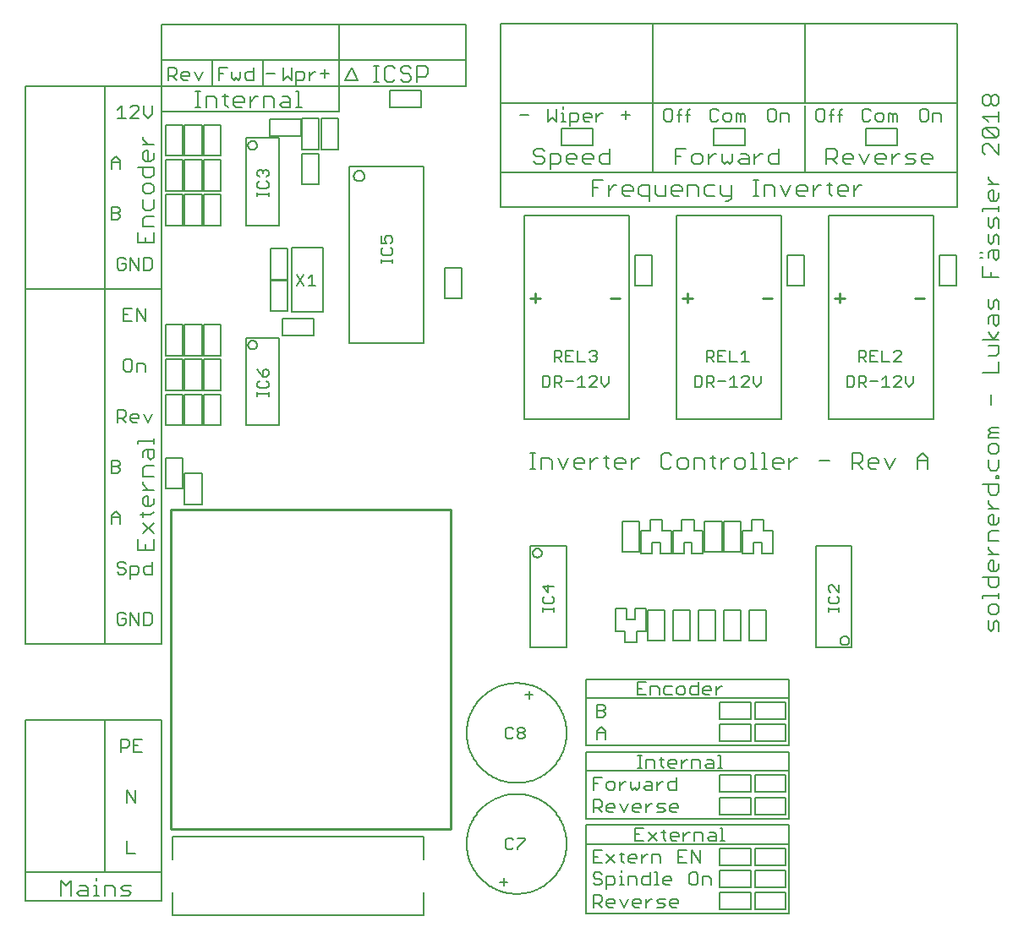
<source format=gto>
G75*
%MOIN*%
%OFA0B0*%
%FSLAX25Y25*%
%IPPOS*%
%LPD*%
%AMOC8*
5,1,8,0,0,1.08239X$1,22.5*
%
%ADD10C,0.00800*%
%ADD11C,0.00591*%
%ADD12C,0.00600*%
%ADD13C,0.00700*%
%ADD14C,0.00900*%
%ADD15C,0.01000*%
D10*
X0016557Y0019233D02*
X0016557Y0025439D01*
X0018626Y0023370D01*
X0020694Y0025439D01*
X0020694Y0019233D01*
X0023003Y0020268D02*
X0024037Y0021302D01*
X0027140Y0021302D01*
X0027140Y0022336D02*
X0027140Y0019233D01*
X0024037Y0019233D01*
X0023003Y0020268D01*
X0024037Y0023370D02*
X0026105Y0023370D01*
X0027140Y0022336D01*
X0029448Y0023370D02*
X0030483Y0023370D01*
X0030483Y0019233D01*
X0031517Y0019233D02*
X0029448Y0019233D01*
X0033745Y0019233D02*
X0033745Y0023370D01*
X0036848Y0023370D01*
X0037882Y0022336D01*
X0037882Y0019233D01*
X0040191Y0019233D02*
X0043293Y0019233D01*
X0044328Y0020268D01*
X0043293Y0021302D01*
X0041225Y0021302D01*
X0040191Y0022336D01*
X0041225Y0023370D01*
X0044328Y0023370D01*
X0030483Y0025439D02*
X0030483Y0026473D01*
X0046842Y0155887D02*
X0053047Y0155887D01*
X0053047Y0160024D01*
X0053047Y0162332D02*
X0048910Y0166469D01*
X0048910Y0168778D02*
X0048910Y0170846D01*
X0047876Y0169812D02*
X0052013Y0169812D01*
X0053047Y0170846D01*
X0052013Y0173075D02*
X0049944Y0173075D01*
X0048910Y0174109D01*
X0048910Y0176178D01*
X0049944Y0177212D01*
X0050978Y0177212D01*
X0050978Y0173075D01*
X0052013Y0173075D02*
X0053047Y0174109D01*
X0053047Y0176178D01*
X0053047Y0179520D02*
X0048910Y0179520D01*
X0050978Y0179520D02*
X0048910Y0181589D01*
X0048910Y0182623D01*
X0048910Y0184892D02*
X0048910Y0187994D01*
X0049944Y0189029D01*
X0053047Y0189029D01*
X0052013Y0191337D02*
X0050978Y0192371D01*
X0050978Y0195474D01*
X0049944Y0195474D02*
X0053047Y0195474D01*
X0053047Y0192371D01*
X0052013Y0191337D01*
X0048910Y0192371D02*
X0048910Y0194440D01*
X0049944Y0195474D01*
X0046842Y0197783D02*
X0046842Y0198817D01*
X0053047Y0198817D01*
X0053047Y0197783D02*
X0053047Y0199851D01*
X0053047Y0184892D02*
X0048910Y0184892D01*
X0053047Y0166469D02*
X0048910Y0162332D01*
X0046842Y0160024D02*
X0046842Y0155887D01*
X0049944Y0155887D02*
X0049944Y0157955D01*
X0049944Y0276961D02*
X0049944Y0279030D01*
X0046842Y0281098D02*
X0046842Y0276961D01*
X0053047Y0276961D01*
X0053047Y0281098D01*
X0053047Y0283407D02*
X0048910Y0283407D01*
X0048910Y0286509D01*
X0049944Y0287544D01*
X0053047Y0287544D01*
X0052013Y0289852D02*
X0049944Y0289852D01*
X0048910Y0290886D01*
X0048910Y0293989D01*
X0049944Y0296298D02*
X0052013Y0296298D01*
X0053047Y0297332D01*
X0053047Y0299400D01*
X0052013Y0300435D01*
X0049944Y0300435D01*
X0048910Y0299400D01*
X0048910Y0297332D01*
X0049944Y0296298D01*
X0053047Y0293989D02*
X0053047Y0290886D01*
X0052013Y0289852D01*
X0052013Y0302743D02*
X0049944Y0302743D01*
X0048910Y0303777D01*
X0048910Y0306880D01*
X0046842Y0306880D02*
X0053047Y0306880D01*
X0053047Y0303777D01*
X0052013Y0302743D01*
X0052013Y0309189D02*
X0049944Y0309189D01*
X0048910Y0310223D01*
X0048910Y0312291D01*
X0049944Y0313326D01*
X0050978Y0313326D01*
X0050978Y0309189D01*
X0052013Y0309189D02*
X0053047Y0310223D01*
X0053047Y0312291D01*
X0053047Y0315634D02*
X0048910Y0315634D01*
X0050978Y0315634D02*
X0048910Y0317703D01*
X0048910Y0318737D01*
X0069575Y0330483D02*
X0071643Y0330483D01*
X0070609Y0330483D02*
X0070609Y0336689D01*
X0069575Y0336689D02*
X0071643Y0336689D01*
X0073872Y0334620D02*
X0076974Y0334620D01*
X0078009Y0333586D01*
X0078009Y0330483D01*
X0081351Y0331518D02*
X0081351Y0335654D01*
X0080317Y0334620D02*
X0082386Y0334620D01*
X0084614Y0333586D02*
X0084614Y0331518D01*
X0085648Y0330483D01*
X0087717Y0330483D01*
X0088751Y0332552D02*
X0084614Y0332552D01*
X0084614Y0333586D02*
X0085648Y0334620D01*
X0087717Y0334620D01*
X0088751Y0333586D01*
X0088751Y0332552D01*
X0091060Y0332552D02*
X0093128Y0334620D01*
X0094162Y0334620D01*
X0096431Y0334620D02*
X0096431Y0330483D01*
X0100568Y0330483D02*
X0100568Y0333586D01*
X0099534Y0334620D01*
X0096431Y0334620D01*
X0102876Y0331518D02*
X0103911Y0332552D01*
X0107013Y0332552D01*
X0107013Y0333586D02*
X0107013Y0330483D01*
X0103911Y0330483D01*
X0102876Y0331518D01*
X0103911Y0334620D02*
X0105979Y0334620D01*
X0107013Y0333586D01*
X0109322Y0336689D02*
X0110356Y0336689D01*
X0110356Y0330483D01*
X0109322Y0330483D02*
X0111390Y0330483D01*
X0091060Y0330483D02*
X0091060Y0334620D01*
X0082386Y0330483D02*
X0081351Y0331518D01*
X0073872Y0330483D02*
X0073872Y0334620D01*
X0139780Y0340483D02*
X0141849Y0340483D01*
X0140814Y0340483D02*
X0140814Y0346689D01*
X0139780Y0346689D02*
X0141849Y0346689D01*
X0144077Y0345654D02*
X0144077Y0341518D01*
X0145111Y0340483D01*
X0147180Y0340483D01*
X0148214Y0341518D01*
X0150523Y0341518D02*
X0151557Y0340483D01*
X0153625Y0340483D01*
X0154659Y0341518D01*
X0154659Y0342552D01*
X0153625Y0343586D01*
X0151557Y0343586D01*
X0150523Y0344620D01*
X0150523Y0345654D01*
X0151557Y0346689D01*
X0153625Y0346689D01*
X0154659Y0345654D01*
X0156968Y0346689D02*
X0160071Y0346689D01*
X0161105Y0345654D01*
X0161105Y0343586D01*
X0160071Y0342552D01*
X0156968Y0342552D01*
X0156968Y0340483D02*
X0156968Y0346689D01*
X0148214Y0345654D02*
X0147180Y0346689D01*
X0145111Y0346689D01*
X0144077Y0345654D01*
X0202983Y0313154D02*
X0202983Y0312120D01*
X0204017Y0311086D01*
X0206086Y0311086D01*
X0207120Y0310052D01*
X0207120Y0309018D01*
X0206086Y0307983D01*
X0204017Y0307983D01*
X0202983Y0309018D01*
X0202983Y0313154D02*
X0204017Y0314189D01*
X0206086Y0314189D01*
X0207120Y0313154D01*
X0209429Y0312120D02*
X0212531Y0312120D01*
X0213565Y0311086D01*
X0213565Y0309018D01*
X0212531Y0307983D01*
X0209429Y0307983D01*
X0209429Y0305915D02*
X0209429Y0312120D01*
X0215874Y0311086D02*
X0215874Y0309018D01*
X0216908Y0307983D01*
X0218977Y0307983D01*
X0220011Y0310052D02*
X0215874Y0310052D01*
X0215874Y0311086D02*
X0216908Y0312120D01*
X0218977Y0312120D01*
X0220011Y0311086D01*
X0220011Y0310052D01*
X0222320Y0310052D02*
X0226456Y0310052D01*
X0226456Y0311086D01*
X0225422Y0312120D01*
X0223354Y0312120D01*
X0222320Y0311086D01*
X0222320Y0309018D01*
X0223354Y0307983D01*
X0225422Y0307983D01*
X0228765Y0309018D02*
X0228765Y0311086D01*
X0229799Y0312120D01*
X0232902Y0312120D01*
X0232902Y0314189D02*
X0232902Y0307983D01*
X0229799Y0307983D01*
X0228765Y0309018D01*
X0230234Y0301689D02*
X0226097Y0301689D01*
X0226097Y0295483D01*
X0226097Y0298586D02*
X0228166Y0298586D01*
X0232543Y0299620D02*
X0232543Y0295483D01*
X0232543Y0297552D02*
X0234611Y0299620D01*
X0235645Y0299620D01*
X0237914Y0298586D02*
X0238948Y0299620D01*
X0241017Y0299620D01*
X0242051Y0298586D01*
X0242051Y0297552D01*
X0237914Y0297552D01*
X0237914Y0296518D02*
X0237914Y0298586D01*
X0237914Y0296518D02*
X0238948Y0295483D01*
X0241017Y0295483D01*
X0244359Y0296518D02*
X0245394Y0295483D01*
X0248496Y0295483D01*
X0248496Y0293415D02*
X0248496Y0299620D01*
X0245394Y0299620D01*
X0244359Y0298586D01*
X0244359Y0296518D01*
X0250805Y0296518D02*
X0251839Y0295483D01*
X0254942Y0295483D01*
X0254942Y0299620D01*
X0257250Y0298586D02*
X0258285Y0299620D01*
X0260353Y0299620D01*
X0261387Y0298586D01*
X0261387Y0297552D01*
X0257250Y0297552D01*
X0257250Y0296518D02*
X0257250Y0298586D01*
X0257250Y0296518D02*
X0258285Y0295483D01*
X0260353Y0295483D01*
X0263696Y0295483D02*
X0263696Y0299620D01*
X0266799Y0299620D01*
X0267833Y0298586D01*
X0267833Y0295483D01*
X0270141Y0296518D02*
X0271176Y0295483D01*
X0274278Y0295483D01*
X0276587Y0296518D02*
X0277621Y0295483D01*
X0280724Y0295483D01*
X0280724Y0294449D02*
X0279690Y0293415D01*
X0278655Y0293415D01*
X0280724Y0294449D02*
X0280724Y0299620D01*
X0276587Y0299620D02*
X0276587Y0296518D01*
X0274278Y0299620D02*
X0271176Y0299620D01*
X0270141Y0298586D01*
X0270141Y0296518D01*
X0271753Y0307983D02*
X0271753Y0312120D01*
X0271753Y0310052D02*
X0273821Y0312120D01*
X0274855Y0312120D01*
X0277124Y0312120D02*
X0277124Y0309018D01*
X0278158Y0307983D01*
X0279192Y0309018D01*
X0280227Y0307983D01*
X0281261Y0309018D01*
X0281261Y0312120D01*
X0284604Y0312120D02*
X0286672Y0312120D01*
X0287706Y0311086D01*
X0287706Y0307983D01*
X0284604Y0307983D01*
X0283570Y0309018D01*
X0284604Y0310052D01*
X0287706Y0310052D01*
X0290015Y0310052D02*
X0292083Y0312120D01*
X0293118Y0312120D01*
X0295386Y0311086D02*
X0296421Y0312120D01*
X0299523Y0312120D01*
X0299523Y0314189D02*
X0299523Y0307983D01*
X0296421Y0307983D01*
X0295386Y0309018D01*
X0295386Y0311086D01*
X0290015Y0312120D02*
X0290015Y0307983D01*
X0290512Y0301689D02*
X0290512Y0295483D01*
X0289478Y0295483D02*
X0291546Y0295483D01*
X0293775Y0295483D02*
X0293775Y0299620D01*
X0296878Y0299620D01*
X0297912Y0298586D01*
X0297912Y0295483D01*
X0302289Y0295483D02*
X0300220Y0299620D01*
X0304357Y0299620D02*
X0302289Y0295483D01*
X0306666Y0296518D02*
X0306666Y0298586D01*
X0307700Y0299620D01*
X0309769Y0299620D01*
X0310803Y0298586D01*
X0310803Y0297552D01*
X0306666Y0297552D01*
X0306666Y0296518D02*
X0307700Y0295483D01*
X0309769Y0295483D01*
X0313111Y0295483D02*
X0313111Y0299620D01*
X0313111Y0297552D02*
X0315180Y0299620D01*
X0316214Y0299620D01*
X0318483Y0299620D02*
X0320551Y0299620D01*
X0319517Y0300654D02*
X0319517Y0296518D01*
X0320551Y0295483D01*
X0322780Y0296518D02*
X0322780Y0298586D01*
X0323814Y0299620D01*
X0325882Y0299620D01*
X0326916Y0298586D01*
X0326916Y0297552D01*
X0322780Y0297552D01*
X0322780Y0296518D02*
X0323814Y0295483D01*
X0325882Y0295483D01*
X0329225Y0295483D02*
X0329225Y0299620D01*
X0329225Y0297552D02*
X0331294Y0299620D01*
X0332328Y0299620D01*
X0333284Y0307983D02*
X0335353Y0312120D01*
X0337661Y0311086D02*
X0337661Y0309018D01*
X0338695Y0307983D01*
X0340764Y0307983D01*
X0341798Y0310052D02*
X0337661Y0310052D01*
X0337661Y0311086D02*
X0338695Y0312120D01*
X0340764Y0312120D01*
X0341798Y0311086D01*
X0341798Y0310052D01*
X0344107Y0310052D02*
X0346175Y0312120D01*
X0347209Y0312120D01*
X0349478Y0311086D02*
X0350512Y0310052D01*
X0352581Y0310052D01*
X0353615Y0309018D01*
X0352581Y0307983D01*
X0349478Y0307983D01*
X0349478Y0311086D02*
X0350512Y0312120D01*
X0353615Y0312120D01*
X0355923Y0311086D02*
X0356958Y0312120D01*
X0359026Y0312120D01*
X0360060Y0311086D01*
X0360060Y0310052D01*
X0355923Y0310052D01*
X0355923Y0309018D02*
X0355923Y0311086D01*
X0355923Y0309018D02*
X0356958Y0307983D01*
X0359026Y0307983D01*
X0344107Y0307983D02*
X0344107Y0312120D01*
X0333284Y0307983D02*
X0331216Y0312120D01*
X0328907Y0311086D02*
X0328907Y0310052D01*
X0324770Y0310052D01*
X0324770Y0309018D02*
X0324770Y0311086D01*
X0325804Y0312120D01*
X0327873Y0312120D01*
X0328907Y0311086D01*
X0327873Y0307983D02*
X0325804Y0307983D01*
X0324770Y0309018D01*
X0322462Y0307983D02*
X0320393Y0310052D01*
X0321427Y0310052D02*
X0318325Y0310052D01*
X0318325Y0307983D02*
X0318325Y0314189D01*
X0321427Y0314189D01*
X0322462Y0313154D01*
X0322462Y0311086D01*
X0321427Y0310052D01*
X0291546Y0301689D02*
X0289478Y0301689D01*
X0269444Y0309018D02*
X0269444Y0311086D01*
X0268410Y0312120D01*
X0266342Y0312120D01*
X0265307Y0311086D01*
X0265307Y0309018D01*
X0266342Y0307983D01*
X0268410Y0307983D01*
X0269444Y0309018D01*
X0262999Y0314189D02*
X0258862Y0314189D01*
X0258862Y0307983D01*
X0258862Y0311086D02*
X0260930Y0311086D01*
X0250805Y0299620D02*
X0250805Y0296518D01*
X0254228Y0194041D02*
X0253194Y0193007D01*
X0253194Y0188870D01*
X0254228Y0187836D01*
X0256296Y0187836D01*
X0257331Y0188870D01*
X0259639Y0188870D02*
X0260673Y0187836D01*
X0262742Y0187836D01*
X0263776Y0188870D01*
X0263776Y0190938D01*
X0262742Y0191973D01*
X0260673Y0191973D01*
X0259639Y0190938D01*
X0259639Y0188870D01*
X0257331Y0193007D02*
X0256296Y0194041D01*
X0254228Y0194041D01*
X0244480Y0191973D02*
X0243445Y0191973D01*
X0241377Y0189904D01*
X0241377Y0187836D02*
X0241377Y0191973D01*
X0239068Y0190938D02*
X0239068Y0189904D01*
X0234932Y0189904D01*
X0234932Y0188870D02*
X0234932Y0190938D01*
X0235966Y0191973D01*
X0238034Y0191973D01*
X0239068Y0190938D01*
X0238034Y0187836D02*
X0235966Y0187836D01*
X0234932Y0188870D01*
X0232703Y0187836D02*
X0231669Y0188870D01*
X0231669Y0193007D01*
X0230635Y0191973D02*
X0232703Y0191973D01*
X0228366Y0191973D02*
X0227332Y0191973D01*
X0225263Y0189904D01*
X0225263Y0187836D02*
X0225263Y0191973D01*
X0222955Y0190938D02*
X0222955Y0189904D01*
X0218818Y0189904D01*
X0218818Y0188870D02*
X0218818Y0190938D01*
X0219852Y0191973D01*
X0221920Y0191973D01*
X0222955Y0190938D01*
X0221920Y0187836D02*
X0219852Y0187836D01*
X0218818Y0188870D01*
X0216509Y0191973D02*
X0214441Y0187836D01*
X0212372Y0191973D01*
X0210064Y0190938D02*
X0210064Y0187836D01*
X0210064Y0190938D02*
X0209029Y0191973D01*
X0205927Y0191973D01*
X0205927Y0187836D01*
X0203698Y0187836D02*
X0201630Y0187836D01*
X0202664Y0187836D02*
X0202664Y0194041D01*
X0201630Y0194041D02*
X0203698Y0194041D01*
X0266085Y0191973D02*
X0266085Y0187836D01*
X0266085Y0191973D02*
X0269187Y0191973D01*
X0270222Y0190938D01*
X0270222Y0187836D01*
X0273564Y0188870D02*
X0274599Y0187836D01*
X0273564Y0188870D02*
X0273564Y0193007D01*
X0272530Y0191973D02*
X0274599Y0191973D01*
X0276827Y0191973D02*
X0276827Y0187836D01*
X0276827Y0189904D02*
X0278896Y0191973D01*
X0279930Y0191973D01*
X0282199Y0190938D02*
X0282199Y0188870D01*
X0283233Y0187836D01*
X0285301Y0187836D01*
X0286335Y0188870D01*
X0286335Y0190938D01*
X0285301Y0191973D01*
X0283233Y0191973D01*
X0282199Y0190938D01*
X0288644Y0187836D02*
X0290712Y0187836D01*
X0289678Y0187836D02*
X0289678Y0194041D01*
X0288644Y0194041D01*
X0292941Y0194041D02*
X0293975Y0194041D01*
X0293975Y0187836D01*
X0292941Y0187836D02*
X0295009Y0187836D01*
X0297238Y0188870D02*
X0297238Y0190938D01*
X0298272Y0191973D01*
X0300341Y0191973D01*
X0301375Y0190938D01*
X0301375Y0189904D01*
X0297238Y0189904D01*
X0297238Y0188870D02*
X0298272Y0187836D01*
X0300341Y0187836D01*
X0303684Y0187836D02*
X0303684Y0191973D01*
X0305752Y0191973D02*
X0303684Y0189904D01*
X0305752Y0191973D02*
X0306786Y0191973D01*
X0315500Y0190938D02*
X0319637Y0190938D01*
X0328391Y0189904D02*
X0331494Y0189904D01*
X0332528Y0190938D01*
X0332528Y0193007D01*
X0331494Y0194041D01*
X0328391Y0194041D01*
X0328391Y0187836D01*
X0330460Y0189904D02*
X0332528Y0187836D01*
X0334837Y0188870D02*
X0334837Y0190938D01*
X0335871Y0191973D01*
X0337939Y0191973D01*
X0338974Y0190938D01*
X0338974Y0189904D01*
X0334837Y0189904D01*
X0334837Y0188870D02*
X0335871Y0187836D01*
X0337939Y0187836D01*
X0341282Y0191973D02*
X0343351Y0187836D01*
X0345419Y0191973D01*
X0354173Y0191973D02*
X0354173Y0187836D01*
X0354173Y0190938D02*
X0358310Y0190938D01*
X0358310Y0191973D02*
X0358310Y0187836D01*
X0358310Y0191973D02*
X0356242Y0194041D01*
X0354173Y0191973D01*
X0379981Y0181667D02*
X0386187Y0181667D01*
X0386187Y0178564D01*
X0385152Y0177530D01*
X0383084Y0177530D01*
X0382050Y0178564D01*
X0382050Y0181667D01*
X0385152Y0183976D02*
X0385152Y0185010D01*
X0386187Y0185010D01*
X0386187Y0183976D01*
X0385152Y0183976D01*
X0385152Y0187198D02*
X0383084Y0187198D01*
X0382050Y0188233D01*
X0382050Y0191335D01*
X0383084Y0193644D02*
X0385152Y0193644D01*
X0386187Y0194678D01*
X0386187Y0196747D01*
X0385152Y0197781D01*
X0383084Y0197781D01*
X0382050Y0196747D01*
X0382050Y0194678D01*
X0383084Y0193644D01*
X0386187Y0191335D02*
X0386187Y0188233D01*
X0385152Y0187198D01*
X0382050Y0175262D02*
X0382050Y0174227D01*
X0384118Y0172159D01*
X0382050Y0172159D02*
X0386187Y0172159D01*
X0384118Y0169850D02*
X0384118Y0165713D01*
X0383084Y0165713D02*
X0382050Y0166748D01*
X0382050Y0168816D01*
X0383084Y0169850D01*
X0384118Y0169850D01*
X0386187Y0168816D02*
X0386187Y0166748D01*
X0385152Y0165713D01*
X0383084Y0165713D01*
X0383084Y0163405D02*
X0386187Y0163405D01*
X0383084Y0163405D02*
X0382050Y0162371D01*
X0382050Y0159268D01*
X0386187Y0159268D01*
X0382050Y0156999D02*
X0382050Y0155965D01*
X0384118Y0153897D01*
X0382050Y0153897D02*
X0386187Y0153897D01*
X0384118Y0151588D02*
X0384118Y0147451D01*
X0383084Y0147451D02*
X0382050Y0148485D01*
X0382050Y0150554D01*
X0383084Y0151588D01*
X0384118Y0151588D01*
X0386187Y0150554D02*
X0386187Y0148485D01*
X0385152Y0147451D01*
X0383084Y0147451D01*
X0382050Y0145143D02*
X0382050Y0142040D01*
X0383084Y0141006D01*
X0385152Y0141006D01*
X0386187Y0142040D01*
X0386187Y0145143D01*
X0379981Y0145143D01*
X0379981Y0137743D02*
X0386187Y0137743D01*
X0386187Y0136709D02*
X0386187Y0138777D01*
X0385152Y0134400D02*
X0383084Y0134400D01*
X0382050Y0133366D01*
X0382050Y0131297D01*
X0383084Y0130263D01*
X0385152Y0130263D01*
X0386187Y0131297D01*
X0386187Y0133366D01*
X0385152Y0134400D01*
X0379981Y0136709D02*
X0379981Y0137743D01*
X0382050Y0127955D02*
X0382050Y0124852D01*
X0383084Y0123818D01*
X0384118Y0124852D01*
X0384118Y0126920D01*
X0385152Y0127955D01*
X0386187Y0126920D01*
X0386187Y0123818D01*
X0386187Y0200089D02*
X0382050Y0200089D01*
X0382050Y0201124D01*
X0383084Y0202158D01*
X0382050Y0203192D01*
X0383084Y0204226D01*
X0386187Y0204226D01*
X0386187Y0202158D02*
X0383084Y0202158D01*
X0383084Y0212980D02*
X0383084Y0217117D01*
X0379981Y0225871D02*
X0386187Y0225871D01*
X0386187Y0230008D01*
X0385152Y0232317D02*
X0386187Y0233351D01*
X0386187Y0236454D01*
X0382050Y0236454D01*
X0384118Y0238762D02*
X0382050Y0241865D01*
X0382050Y0245168D02*
X0382050Y0247236D01*
X0383084Y0248271D01*
X0386187Y0248271D01*
X0386187Y0245168D01*
X0385152Y0244134D01*
X0384118Y0245168D01*
X0384118Y0248271D01*
X0383084Y0250579D02*
X0382050Y0251613D01*
X0382050Y0254716D01*
X0384118Y0253682D02*
X0384118Y0251613D01*
X0383084Y0250579D01*
X0386187Y0250579D02*
X0386187Y0253682D01*
X0385152Y0254716D01*
X0384118Y0253682D01*
X0383084Y0263470D02*
X0383084Y0265539D01*
X0379981Y0267607D02*
X0379981Y0263470D01*
X0386187Y0263470D01*
X0385152Y0269916D02*
X0384118Y0270950D01*
X0384118Y0274053D01*
X0383084Y0274053D02*
X0386187Y0274053D01*
X0386187Y0270950D01*
X0385152Y0269916D01*
X0382050Y0270950D02*
X0382050Y0273018D01*
X0383084Y0274053D01*
X0383084Y0276361D02*
X0382050Y0277395D01*
X0382050Y0280498D01*
X0384118Y0279464D02*
X0384118Y0277395D01*
X0383084Y0276361D01*
X0386187Y0276361D02*
X0386187Y0279464D01*
X0385152Y0280498D01*
X0384118Y0279464D01*
X0383084Y0282807D02*
X0382050Y0283841D01*
X0382050Y0286944D01*
X0384118Y0285909D02*
X0384118Y0283841D01*
X0383084Y0282807D01*
X0386187Y0282807D02*
X0386187Y0285909D01*
X0385152Y0286944D01*
X0384118Y0285909D01*
X0386187Y0289252D02*
X0386187Y0291321D01*
X0386187Y0290286D02*
X0379981Y0290286D01*
X0379981Y0289252D01*
X0383084Y0293549D02*
X0382050Y0294583D01*
X0382050Y0296652D01*
X0383084Y0297686D01*
X0384118Y0297686D01*
X0384118Y0293549D01*
X0385152Y0293549D02*
X0383084Y0293549D01*
X0385152Y0293549D02*
X0386187Y0294583D01*
X0386187Y0296652D01*
X0386187Y0299995D02*
X0382050Y0299995D01*
X0382050Y0302063D02*
X0382050Y0303097D01*
X0382050Y0302063D02*
X0384118Y0299995D01*
X0386187Y0311811D02*
X0382050Y0315948D01*
X0381016Y0315948D01*
X0379981Y0314914D01*
X0379981Y0312846D01*
X0381016Y0311811D01*
X0386187Y0311811D02*
X0386187Y0315948D01*
X0385152Y0318257D02*
X0381016Y0318257D01*
X0379981Y0319291D01*
X0379981Y0321360D01*
X0381016Y0322394D01*
X0385152Y0318257D01*
X0386187Y0319291D01*
X0386187Y0321360D01*
X0385152Y0322394D01*
X0381016Y0322394D01*
X0382050Y0324702D02*
X0379981Y0326771D01*
X0386187Y0326771D01*
X0386187Y0328839D02*
X0386187Y0324702D01*
X0385152Y0331148D02*
X0384118Y0331148D01*
X0383084Y0332182D01*
X0383084Y0334251D01*
X0384118Y0335285D01*
X0385152Y0335285D01*
X0386187Y0334251D01*
X0386187Y0332182D01*
X0385152Y0331148D01*
X0383084Y0332182D02*
X0382050Y0331148D01*
X0381016Y0331148D01*
X0379981Y0332182D01*
X0379981Y0334251D01*
X0381016Y0335285D01*
X0382050Y0335285D01*
X0383084Y0334251D01*
X0379981Y0273018D02*
X0378947Y0273018D01*
X0378947Y0270950D02*
X0379981Y0270950D01*
X0386187Y0241865D02*
X0384118Y0238762D01*
X0386187Y0238762D02*
X0379981Y0238762D01*
X0382050Y0232317D02*
X0385152Y0232317D01*
D11*
X0002447Y0028583D02*
X0002447Y0017333D01*
X0056197Y0017333D01*
X0056197Y0028583D01*
X0056197Y0088583D01*
X0032447Y0088583D01*
X0033982Y0088583D02*
X0033982Y0028583D01*
X0002486Y0028583D01*
X0002486Y0088583D01*
X0033982Y0088583D01*
X0033982Y0118583D02*
X0002486Y0118583D01*
X0002486Y0258583D01*
X0033982Y0258583D01*
X0033982Y0118583D01*
X0033697Y0118583D02*
X0056197Y0118583D01*
X0056197Y0258583D01*
X0033697Y0258583D01*
X0033982Y0258583D02*
X0002486Y0258583D01*
X0002486Y0338583D01*
X0033982Y0338583D01*
X0033982Y0258583D01*
X0056197Y0258583D02*
X0056197Y0328583D01*
X0126197Y0328583D01*
X0126197Y0338583D01*
X0096197Y0338583D01*
X0056197Y0338583D01*
X0056197Y0328583D01*
X0057850Y0323436D02*
X0057850Y0311231D01*
X0064543Y0311231D01*
X0064543Y0323436D01*
X0057850Y0323436D01*
X0065350Y0323436D02*
X0072043Y0323436D01*
X0072043Y0311231D01*
X0065350Y0311231D01*
X0065350Y0323436D01*
X0072850Y0323436D02*
X0079543Y0323436D01*
X0079543Y0311231D01*
X0072850Y0311231D01*
X0072850Y0323436D01*
X0072850Y0309686D02*
X0072850Y0297481D01*
X0079543Y0297481D01*
X0079543Y0309686D01*
X0072850Y0309686D01*
X0072043Y0309686D02*
X0065350Y0309686D01*
X0065350Y0297481D01*
X0072043Y0297481D01*
X0072043Y0309686D01*
X0064543Y0309686D02*
X0057850Y0309686D01*
X0057850Y0297481D01*
X0064543Y0297481D01*
X0064543Y0309686D01*
X0064543Y0295936D02*
X0057850Y0295936D01*
X0057850Y0283731D01*
X0064543Y0283731D01*
X0064543Y0295936D01*
X0065350Y0295936D02*
X0065350Y0283731D01*
X0072043Y0283731D01*
X0072043Y0295936D01*
X0065350Y0295936D01*
X0072850Y0295936D02*
X0072850Y0283731D01*
X0079543Y0283731D01*
X0079543Y0295936D01*
X0072850Y0295936D01*
X0089701Y0283859D02*
X0102693Y0283859D01*
X0102693Y0318308D01*
X0089701Y0318308D01*
X0089701Y0283859D01*
X0099100Y0274686D02*
X0105793Y0274686D01*
X0105793Y0262481D01*
X0099100Y0262481D01*
X0099100Y0274686D01*
X0107398Y0274932D02*
X0119996Y0274932D01*
X0119996Y0249735D01*
X0107398Y0249735D01*
X0107398Y0274932D01*
X0105793Y0262186D02*
X0099100Y0262186D01*
X0099100Y0249981D01*
X0105793Y0249981D01*
X0105793Y0262186D01*
X0103844Y0246930D02*
X0103844Y0240237D01*
X0116049Y0240237D01*
X0116049Y0246930D01*
X0103844Y0246930D01*
X0102693Y0239558D02*
X0102693Y0205109D01*
X0089701Y0205109D01*
X0089701Y0239558D01*
X0102693Y0239558D01*
X0090315Y0236708D02*
X0090317Y0236791D01*
X0090323Y0236875D01*
X0090333Y0236958D01*
X0090346Y0237040D01*
X0090364Y0237122D01*
X0090386Y0237202D01*
X0090411Y0237282D01*
X0090440Y0237360D01*
X0090472Y0237437D01*
X0090509Y0237513D01*
X0090548Y0237586D01*
X0090592Y0237657D01*
X0090638Y0237727D01*
X0090688Y0237794D01*
X0090741Y0237859D01*
X0090796Y0237921D01*
X0090855Y0237980D01*
X0090917Y0238037D01*
X0090981Y0238090D01*
X0091047Y0238141D01*
X0091116Y0238188D01*
X0091187Y0238232D01*
X0091260Y0238273D01*
X0091335Y0238310D01*
X0091411Y0238343D01*
X0091489Y0238373D01*
X0091569Y0238399D01*
X0091649Y0238422D01*
X0091730Y0238440D01*
X0091813Y0238455D01*
X0091895Y0238466D01*
X0091979Y0238473D01*
X0092062Y0238476D01*
X0092146Y0238475D01*
X0092229Y0238470D01*
X0092312Y0238461D01*
X0092395Y0238448D01*
X0092476Y0238432D01*
X0092557Y0238411D01*
X0092637Y0238387D01*
X0092716Y0238359D01*
X0092793Y0238327D01*
X0092869Y0238292D01*
X0092943Y0238253D01*
X0093015Y0238211D01*
X0093085Y0238165D01*
X0093152Y0238116D01*
X0093218Y0238064D01*
X0093280Y0238009D01*
X0093341Y0237951D01*
X0093398Y0237890D01*
X0093452Y0237827D01*
X0093503Y0237761D01*
X0093552Y0237692D01*
X0093596Y0237622D01*
X0093638Y0237549D01*
X0093676Y0237475D01*
X0093710Y0237399D01*
X0093741Y0237321D01*
X0093768Y0237242D01*
X0093792Y0237162D01*
X0093811Y0237081D01*
X0093827Y0236999D01*
X0093839Y0236916D01*
X0093847Y0236833D01*
X0093851Y0236750D01*
X0093851Y0236666D01*
X0093847Y0236583D01*
X0093839Y0236500D01*
X0093827Y0236417D01*
X0093811Y0236335D01*
X0093792Y0236254D01*
X0093768Y0236174D01*
X0093741Y0236095D01*
X0093710Y0236017D01*
X0093676Y0235941D01*
X0093638Y0235867D01*
X0093596Y0235794D01*
X0093552Y0235724D01*
X0093503Y0235655D01*
X0093452Y0235589D01*
X0093398Y0235526D01*
X0093341Y0235465D01*
X0093280Y0235407D01*
X0093218Y0235352D01*
X0093152Y0235300D01*
X0093085Y0235251D01*
X0093015Y0235205D01*
X0092943Y0235163D01*
X0092869Y0235124D01*
X0092793Y0235089D01*
X0092716Y0235057D01*
X0092637Y0235029D01*
X0092557Y0235005D01*
X0092476Y0234984D01*
X0092395Y0234968D01*
X0092312Y0234955D01*
X0092229Y0234946D01*
X0092146Y0234941D01*
X0092062Y0234940D01*
X0091979Y0234943D01*
X0091895Y0234950D01*
X0091813Y0234961D01*
X0091730Y0234976D01*
X0091649Y0234994D01*
X0091569Y0235017D01*
X0091489Y0235043D01*
X0091411Y0235073D01*
X0091335Y0235106D01*
X0091260Y0235143D01*
X0091187Y0235184D01*
X0091116Y0235228D01*
X0091047Y0235275D01*
X0090981Y0235326D01*
X0090917Y0235379D01*
X0090855Y0235436D01*
X0090796Y0235495D01*
X0090741Y0235557D01*
X0090688Y0235622D01*
X0090638Y0235689D01*
X0090592Y0235759D01*
X0090548Y0235830D01*
X0090509Y0235903D01*
X0090472Y0235979D01*
X0090440Y0236056D01*
X0090411Y0236134D01*
X0090386Y0236214D01*
X0090364Y0236294D01*
X0090346Y0236376D01*
X0090333Y0236458D01*
X0090323Y0236541D01*
X0090317Y0236625D01*
X0090315Y0236708D01*
X0079543Y0232481D02*
X0072850Y0232481D01*
X0072850Y0244686D01*
X0079543Y0244686D01*
X0079543Y0232481D01*
X0079543Y0230936D02*
X0072850Y0230936D01*
X0072850Y0218731D01*
X0079543Y0218731D01*
X0079543Y0230936D01*
X0072043Y0230936D02*
X0065350Y0230936D01*
X0065350Y0218731D01*
X0072043Y0218731D01*
X0072043Y0230936D01*
X0072043Y0232481D02*
X0065350Y0232481D01*
X0065350Y0244686D01*
X0072043Y0244686D01*
X0072043Y0232481D01*
X0064543Y0232481D02*
X0064543Y0244686D01*
X0057850Y0244686D01*
X0057850Y0232481D01*
X0064543Y0232481D01*
X0064543Y0230936D02*
X0057850Y0230936D01*
X0057850Y0218731D01*
X0064543Y0218731D01*
X0064543Y0230936D01*
X0064543Y0217186D02*
X0057850Y0217186D01*
X0057850Y0204981D01*
X0064543Y0204981D01*
X0064543Y0217186D01*
X0065350Y0217186D02*
X0065350Y0204981D01*
X0072043Y0204981D01*
X0072043Y0217186D01*
X0065350Y0217186D01*
X0072850Y0217186D02*
X0072850Y0204981D01*
X0079543Y0204981D01*
X0079543Y0217186D01*
X0072850Y0217186D01*
X0064543Y0192186D02*
X0057850Y0192186D01*
X0057850Y0179981D01*
X0064543Y0179981D01*
X0064543Y0192186D01*
X0065350Y0185936D02*
X0072043Y0185936D01*
X0072043Y0173731D01*
X0065350Y0173731D01*
X0065350Y0185936D01*
X0130328Y0237533D02*
X0159566Y0237533D01*
X0159566Y0307033D01*
X0130328Y0307033D01*
X0130328Y0237533D01*
X0167850Y0254981D02*
X0174543Y0254981D01*
X0174543Y0267186D01*
X0167850Y0267186D01*
X0167850Y0254981D01*
X0199356Y0287766D02*
X0199356Y0207530D01*
X0240537Y0207530D01*
X0240537Y0287766D01*
X0199356Y0287766D01*
X0189947Y0291083D02*
X0369947Y0291083D01*
X0369947Y0304833D01*
X0369947Y0332333D01*
X0369947Y0332048D02*
X0309947Y0332048D01*
X0309947Y0363544D01*
X0369947Y0363544D01*
X0369947Y0332048D01*
X0346049Y0321930D02*
X0346049Y0315237D01*
X0333844Y0315237D01*
X0333844Y0321930D01*
X0346049Y0321930D01*
X0369947Y0304833D02*
X0309947Y0304833D01*
X0309947Y0331083D01*
X0309947Y0332048D02*
X0249947Y0332048D01*
X0189947Y0332048D01*
X0189947Y0363544D01*
X0249947Y0363544D01*
X0249947Y0332048D01*
X0249947Y0363544D01*
X0309947Y0363544D01*
X0309947Y0332048D01*
X0286049Y0321930D02*
X0286049Y0315237D01*
X0273844Y0315237D01*
X0273844Y0321930D01*
X0286049Y0321930D01*
X0309947Y0304833D02*
X0249947Y0304833D01*
X0189947Y0304833D01*
X0189947Y0291083D02*
X0189947Y0332333D01*
X0176197Y0338583D02*
X0176197Y0349833D01*
X0176197Y0349083D02*
X0176197Y0363083D01*
X0126197Y0363083D01*
X0126197Y0349083D01*
X0056197Y0349083D01*
X0056197Y0363083D01*
X0126197Y0363083D01*
X0126197Y0349083D01*
X0176197Y0349083D01*
X0176197Y0338583D02*
X0126197Y0338583D01*
X0126197Y0349833D01*
X0131197Y0346083D02*
X0128697Y0341083D01*
X0133697Y0341083D01*
X0131197Y0346083D01*
X0146344Y0336930D02*
X0146344Y0330237D01*
X0158549Y0330237D01*
X0158549Y0336930D01*
X0146344Y0336930D01*
X0125793Y0325936D02*
X0119100Y0325936D01*
X0119100Y0313731D01*
X0125793Y0313731D01*
X0125793Y0325936D01*
X0118293Y0325936D02*
X0111600Y0325936D01*
X0111600Y0313731D01*
X0118293Y0313731D01*
X0118293Y0325936D01*
X0111049Y0325680D02*
X0098844Y0325680D01*
X0098844Y0318987D01*
X0111049Y0318987D01*
X0111049Y0325680D01*
X0111600Y0312186D02*
X0111600Y0299981D01*
X0118293Y0299981D01*
X0118293Y0312186D01*
X0111600Y0312186D01*
X0090315Y0315458D02*
X0090317Y0315541D01*
X0090323Y0315625D01*
X0090333Y0315708D01*
X0090346Y0315790D01*
X0090364Y0315872D01*
X0090386Y0315952D01*
X0090411Y0316032D01*
X0090440Y0316110D01*
X0090472Y0316187D01*
X0090509Y0316263D01*
X0090548Y0316336D01*
X0090592Y0316407D01*
X0090638Y0316477D01*
X0090688Y0316544D01*
X0090741Y0316609D01*
X0090796Y0316671D01*
X0090855Y0316730D01*
X0090917Y0316787D01*
X0090981Y0316840D01*
X0091047Y0316891D01*
X0091116Y0316938D01*
X0091187Y0316982D01*
X0091260Y0317023D01*
X0091335Y0317060D01*
X0091411Y0317093D01*
X0091489Y0317123D01*
X0091569Y0317149D01*
X0091649Y0317172D01*
X0091730Y0317190D01*
X0091813Y0317205D01*
X0091895Y0317216D01*
X0091979Y0317223D01*
X0092062Y0317226D01*
X0092146Y0317225D01*
X0092229Y0317220D01*
X0092312Y0317211D01*
X0092395Y0317198D01*
X0092476Y0317182D01*
X0092557Y0317161D01*
X0092637Y0317137D01*
X0092716Y0317109D01*
X0092793Y0317077D01*
X0092869Y0317042D01*
X0092943Y0317003D01*
X0093015Y0316961D01*
X0093085Y0316915D01*
X0093152Y0316866D01*
X0093218Y0316814D01*
X0093280Y0316759D01*
X0093341Y0316701D01*
X0093398Y0316640D01*
X0093452Y0316577D01*
X0093503Y0316511D01*
X0093552Y0316442D01*
X0093596Y0316372D01*
X0093638Y0316299D01*
X0093676Y0316225D01*
X0093710Y0316149D01*
X0093741Y0316071D01*
X0093768Y0315992D01*
X0093792Y0315912D01*
X0093811Y0315831D01*
X0093827Y0315749D01*
X0093839Y0315666D01*
X0093847Y0315583D01*
X0093851Y0315500D01*
X0093851Y0315416D01*
X0093847Y0315333D01*
X0093839Y0315250D01*
X0093827Y0315167D01*
X0093811Y0315085D01*
X0093792Y0315004D01*
X0093768Y0314924D01*
X0093741Y0314845D01*
X0093710Y0314767D01*
X0093676Y0314691D01*
X0093638Y0314617D01*
X0093596Y0314544D01*
X0093552Y0314474D01*
X0093503Y0314405D01*
X0093452Y0314339D01*
X0093398Y0314276D01*
X0093341Y0314215D01*
X0093280Y0314157D01*
X0093218Y0314102D01*
X0093152Y0314050D01*
X0093085Y0314001D01*
X0093015Y0313955D01*
X0092943Y0313913D01*
X0092869Y0313874D01*
X0092793Y0313839D01*
X0092716Y0313807D01*
X0092637Y0313779D01*
X0092557Y0313755D01*
X0092476Y0313734D01*
X0092395Y0313718D01*
X0092312Y0313705D01*
X0092229Y0313696D01*
X0092146Y0313691D01*
X0092062Y0313690D01*
X0091979Y0313693D01*
X0091895Y0313700D01*
X0091813Y0313711D01*
X0091730Y0313726D01*
X0091649Y0313744D01*
X0091569Y0313767D01*
X0091489Y0313793D01*
X0091411Y0313823D01*
X0091335Y0313856D01*
X0091260Y0313893D01*
X0091187Y0313934D01*
X0091116Y0313978D01*
X0091047Y0314025D01*
X0090981Y0314076D01*
X0090917Y0314129D01*
X0090855Y0314186D01*
X0090796Y0314245D01*
X0090741Y0314307D01*
X0090688Y0314372D01*
X0090638Y0314439D01*
X0090592Y0314509D01*
X0090548Y0314580D01*
X0090509Y0314653D01*
X0090472Y0314729D01*
X0090440Y0314806D01*
X0090411Y0314884D01*
X0090386Y0314964D01*
X0090364Y0315044D01*
X0090346Y0315126D01*
X0090333Y0315208D01*
X0090323Y0315291D01*
X0090317Y0315375D01*
X0090315Y0315458D01*
X0096197Y0338583D02*
X0096197Y0348583D01*
X0076197Y0348583D02*
X0076197Y0338583D01*
X0056197Y0338583D02*
X0056197Y0349833D01*
X0056197Y0338583D02*
X0033697Y0338583D01*
X0132022Y0303333D02*
X0132024Y0303425D01*
X0132030Y0303516D01*
X0132040Y0303607D01*
X0132054Y0303698D01*
X0132072Y0303788D01*
X0132094Y0303877D01*
X0132119Y0303964D01*
X0132149Y0304051D01*
X0132182Y0304137D01*
X0132219Y0304220D01*
X0132259Y0304303D01*
X0132303Y0304383D01*
X0132351Y0304461D01*
X0132402Y0304538D01*
X0132456Y0304611D01*
X0132513Y0304683D01*
X0132574Y0304752D01*
X0132637Y0304818D01*
X0132703Y0304881D01*
X0132772Y0304942D01*
X0132844Y0304999D01*
X0132917Y0305053D01*
X0132994Y0305104D01*
X0133072Y0305152D01*
X0133152Y0305196D01*
X0133235Y0305236D01*
X0133318Y0305273D01*
X0133404Y0305306D01*
X0133491Y0305336D01*
X0133578Y0305361D01*
X0133667Y0305383D01*
X0133757Y0305401D01*
X0133848Y0305415D01*
X0133939Y0305425D01*
X0134030Y0305431D01*
X0134122Y0305433D01*
X0134214Y0305431D01*
X0134305Y0305425D01*
X0134396Y0305415D01*
X0134487Y0305401D01*
X0134577Y0305383D01*
X0134666Y0305361D01*
X0134753Y0305336D01*
X0134840Y0305306D01*
X0134926Y0305273D01*
X0135009Y0305236D01*
X0135092Y0305196D01*
X0135172Y0305152D01*
X0135250Y0305104D01*
X0135327Y0305053D01*
X0135400Y0304999D01*
X0135472Y0304942D01*
X0135541Y0304881D01*
X0135607Y0304818D01*
X0135670Y0304752D01*
X0135731Y0304683D01*
X0135788Y0304611D01*
X0135842Y0304538D01*
X0135893Y0304461D01*
X0135941Y0304383D01*
X0135985Y0304303D01*
X0136025Y0304220D01*
X0136062Y0304137D01*
X0136095Y0304051D01*
X0136125Y0303964D01*
X0136150Y0303877D01*
X0136172Y0303788D01*
X0136190Y0303698D01*
X0136204Y0303607D01*
X0136214Y0303516D01*
X0136220Y0303425D01*
X0136222Y0303333D01*
X0136220Y0303241D01*
X0136214Y0303150D01*
X0136204Y0303059D01*
X0136190Y0302968D01*
X0136172Y0302878D01*
X0136150Y0302789D01*
X0136125Y0302702D01*
X0136095Y0302615D01*
X0136062Y0302529D01*
X0136025Y0302446D01*
X0135985Y0302363D01*
X0135941Y0302283D01*
X0135893Y0302205D01*
X0135842Y0302128D01*
X0135788Y0302055D01*
X0135731Y0301983D01*
X0135670Y0301914D01*
X0135607Y0301848D01*
X0135541Y0301785D01*
X0135472Y0301724D01*
X0135400Y0301667D01*
X0135327Y0301613D01*
X0135250Y0301562D01*
X0135172Y0301514D01*
X0135092Y0301470D01*
X0135009Y0301430D01*
X0134926Y0301393D01*
X0134840Y0301360D01*
X0134753Y0301330D01*
X0134666Y0301305D01*
X0134577Y0301283D01*
X0134487Y0301265D01*
X0134396Y0301251D01*
X0134305Y0301241D01*
X0134214Y0301235D01*
X0134122Y0301233D01*
X0134030Y0301235D01*
X0133939Y0301241D01*
X0133848Y0301251D01*
X0133757Y0301265D01*
X0133667Y0301283D01*
X0133578Y0301305D01*
X0133491Y0301330D01*
X0133404Y0301360D01*
X0133318Y0301393D01*
X0133235Y0301430D01*
X0133152Y0301470D01*
X0133072Y0301514D01*
X0132994Y0301562D01*
X0132917Y0301613D01*
X0132844Y0301667D01*
X0132772Y0301724D01*
X0132703Y0301785D01*
X0132637Y0301848D01*
X0132574Y0301914D01*
X0132513Y0301983D01*
X0132456Y0302055D01*
X0132402Y0302128D01*
X0132351Y0302205D01*
X0132303Y0302283D01*
X0132259Y0302363D01*
X0132219Y0302446D01*
X0132182Y0302529D01*
X0132149Y0302615D01*
X0132119Y0302702D01*
X0132094Y0302789D01*
X0132072Y0302878D01*
X0132054Y0302968D01*
X0132040Y0303059D01*
X0132030Y0303150D01*
X0132024Y0303241D01*
X0132022Y0303333D01*
X0213844Y0315237D02*
X0226049Y0315237D01*
X0226049Y0321930D01*
X0213844Y0321930D01*
X0213844Y0315237D01*
X0249947Y0304833D02*
X0249947Y0332333D01*
X0259356Y0287766D02*
X0259356Y0207530D01*
X0300537Y0207530D01*
X0300537Y0287766D01*
X0259356Y0287766D01*
X0249543Y0272186D02*
X0242850Y0272186D01*
X0242850Y0259981D01*
X0249543Y0259981D01*
X0249543Y0272186D01*
X0302850Y0272186D02*
X0302850Y0259981D01*
X0309543Y0259981D01*
X0309543Y0272186D01*
X0302850Y0272186D01*
X0319356Y0287766D02*
X0319356Y0207530D01*
X0360537Y0207530D01*
X0360537Y0287766D01*
X0319356Y0287766D01*
X0362850Y0272186D02*
X0362850Y0259981D01*
X0369543Y0259981D01*
X0369543Y0272186D01*
X0362850Y0272186D01*
X0293559Y0167776D02*
X0288835Y0167776D01*
X0288835Y0163446D01*
X0285291Y0163446D01*
X0285291Y0154390D01*
X0289622Y0154390D01*
X0289622Y0158721D01*
X0292772Y0158721D01*
X0292772Y0154390D01*
X0297102Y0154390D01*
X0297102Y0163446D01*
X0293559Y0163446D01*
X0293559Y0167776D01*
X0284543Y0167186D02*
X0277850Y0167186D01*
X0277850Y0154981D01*
X0284543Y0154981D01*
X0284543Y0167186D01*
X0277043Y0167186D02*
X0270350Y0167186D01*
X0270350Y0154981D01*
X0277043Y0154981D01*
X0277043Y0167186D01*
X0269602Y0163446D02*
X0269602Y0154390D01*
X0265272Y0154390D01*
X0265272Y0158721D01*
X0262122Y0158721D01*
X0262122Y0154390D01*
X0257791Y0154390D01*
X0257791Y0163446D01*
X0261335Y0163446D01*
X0261335Y0167776D01*
X0266059Y0167776D01*
X0266059Y0163446D01*
X0269602Y0163446D01*
X0257102Y0163446D02*
X0257102Y0154390D01*
X0252772Y0154390D01*
X0252772Y0158721D01*
X0249622Y0158721D01*
X0249622Y0154390D01*
X0245291Y0154390D01*
X0245291Y0163446D01*
X0248835Y0163446D01*
X0248835Y0167776D01*
X0253559Y0167776D01*
X0253559Y0163446D01*
X0257102Y0163446D01*
X0244543Y0167186D02*
X0244543Y0154981D01*
X0237850Y0154981D01*
X0237850Y0167186D01*
X0244543Y0167186D01*
X0215783Y0157412D02*
X0201610Y0157412D01*
X0201610Y0117255D01*
X0215783Y0117255D01*
X0215783Y0157412D01*
X0202598Y0154656D02*
X0202600Y0154739D01*
X0202606Y0154823D01*
X0202616Y0154906D01*
X0202629Y0154988D01*
X0202647Y0155070D01*
X0202669Y0155150D01*
X0202694Y0155230D01*
X0202723Y0155308D01*
X0202755Y0155385D01*
X0202792Y0155461D01*
X0202831Y0155534D01*
X0202875Y0155605D01*
X0202921Y0155675D01*
X0202971Y0155742D01*
X0203024Y0155807D01*
X0203079Y0155869D01*
X0203138Y0155928D01*
X0203200Y0155985D01*
X0203264Y0156038D01*
X0203330Y0156089D01*
X0203399Y0156136D01*
X0203470Y0156180D01*
X0203543Y0156221D01*
X0203618Y0156258D01*
X0203694Y0156291D01*
X0203772Y0156321D01*
X0203852Y0156347D01*
X0203932Y0156370D01*
X0204013Y0156388D01*
X0204096Y0156403D01*
X0204178Y0156414D01*
X0204262Y0156421D01*
X0204345Y0156424D01*
X0204429Y0156423D01*
X0204512Y0156418D01*
X0204595Y0156409D01*
X0204678Y0156396D01*
X0204759Y0156380D01*
X0204840Y0156359D01*
X0204920Y0156335D01*
X0204999Y0156307D01*
X0205076Y0156275D01*
X0205152Y0156240D01*
X0205226Y0156201D01*
X0205298Y0156159D01*
X0205368Y0156113D01*
X0205435Y0156064D01*
X0205501Y0156012D01*
X0205563Y0155957D01*
X0205624Y0155899D01*
X0205681Y0155838D01*
X0205735Y0155775D01*
X0205786Y0155709D01*
X0205835Y0155640D01*
X0205879Y0155570D01*
X0205921Y0155497D01*
X0205959Y0155423D01*
X0205993Y0155347D01*
X0206024Y0155269D01*
X0206051Y0155190D01*
X0206075Y0155110D01*
X0206094Y0155029D01*
X0206110Y0154947D01*
X0206122Y0154864D01*
X0206130Y0154781D01*
X0206134Y0154698D01*
X0206134Y0154614D01*
X0206130Y0154531D01*
X0206122Y0154448D01*
X0206110Y0154365D01*
X0206094Y0154283D01*
X0206075Y0154202D01*
X0206051Y0154122D01*
X0206024Y0154043D01*
X0205993Y0153965D01*
X0205959Y0153889D01*
X0205921Y0153815D01*
X0205879Y0153742D01*
X0205835Y0153672D01*
X0205786Y0153603D01*
X0205735Y0153537D01*
X0205681Y0153474D01*
X0205624Y0153413D01*
X0205563Y0153355D01*
X0205501Y0153300D01*
X0205435Y0153248D01*
X0205368Y0153199D01*
X0205298Y0153153D01*
X0205226Y0153111D01*
X0205152Y0153072D01*
X0205076Y0153037D01*
X0204999Y0153005D01*
X0204920Y0152977D01*
X0204840Y0152953D01*
X0204759Y0152932D01*
X0204678Y0152916D01*
X0204595Y0152903D01*
X0204512Y0152894D01*
X0204429Y0152889D01*
X0204345Y0152888D01*
X0204262Y0152891D01*
X0204178Y0152898D01*
X0204096Y0152909D01*
X0204013Y0152924D01*
X0203932Y0152942D01*
X0203852Y0152965D01*
X0203772Y0152991D01*
X0203694Y0153021D01*
X0203618Y0153054D01*
X0203543Y0153091D01*
X0203470Y0153132D01*
X0203399Y0153176D01*
X0203330Y0153223D01*
X0203264Y0153274D01*
X0203200Y0153327D01*
X0203138Y0153384D01*
X0203079Y0153443D01*
X0203024Y0153505D01*
X0202971Y0153570D01*
X0202921Y0153637D01*
X0202875Y0153707D01*
X0202831Y0153778D01*
X0202792Y0153851D01*
X0202755Y0153927D01*
X0202723Y0154004D01*
X0202694Y0154082D01*
X0202669Y0154162D01*
X0202647Y0154242D01*
X0202629Y0154324D01*
X0202616Y0154406D01*
X0202606Y0154489D01*
X0202600Y0154573D01*
X0202598Y0154656D01*
X0235291Y0132776D02*
X0235291Y0123721D01*
X0238835Y0123721D01*
X0238835Y0119390D01*
X0243559Y0119390D01*
X0243559Y0123721D01*
X0247102Y0123721D01*
X0247102Y0132776D01*
X0242772Y0132776D01*
X0242772Y0128446D01*
X0239622Y0128446D01*
X0239622Y0132776D01*
X0235291Y0132776D01*
X0247850Y0132186D02*
X0247850Y0119981D01*
X0254543Y0119981D01*
X0254543Y0132186D01*
X0247850Y0132186D01*
X0257850Y0132186D02*
X0257850Y0119981D01*
X0264543Y0119981D01*
X0264543Y0132186D01*
X0257850Y0132186D01*
X0267850Y0132186D02*
X0267850Y0119981D01*
X0274543Y0119981D01*
X0274543Y0132186D01*
X0267850Y0132186D01*
X0277850Y0132186D02*
X0277850Y0119981D01*
X0284543Y0119981D01*
X0284543Y0132186D01*
X0277850Y0132186D01*
X0287850Y0132186D02*
X0287850Y0119981D01*
X0294543Y0119981D01*
X0294543Y0132186D01*
X0287850Y0132186D01*
X0314110Y0117255D02*
X0314110Y0157412D01*
X0328283Y0157412D01*
X0328283Y0117255D01*
X0314110Y0117255D01*
X0323760Y0120010D02*
X0323762Y0120093D01*
X0323768Y0120177D01*
X0323778Y0120260D01*
X0323791Y0120342D01*
X0323809Y0120424D01*
X0323831Y0120504D01*
X0323856Y0120584D01*
X0323885Y0120662D01*
X0323917Y0120739D01*
X0323954Y0120815D01*
X0323993Y0120888D01*
X0324037Y0120959D01*
X0324083Y0121029D01*
X0324133Y0121096D01*
X0324186Y0121161D01*
X0324241Y0121223D01*
X0324300Y0121282D01*
X0324362Y0121339D01*
X0324426Y0121392D01*
X0324492Y0121443D01*
X0324561Y0121490D01*
X0324632Y0121534D01*
X0324705Y0121575D01*
X0324780Y0121612D01*
X0324856Y0121645D01*
X0324934Y0121675D01*
X0325014Y0121701D01*
X0325094Y0121724D01*
X0325175Y0121742D01*
X0325258Y0121757D01*
X0325340Y0121768D01*
X0325424Y0121775D01*
X0325507Y0121778D01*
X0325591Y0121777D01*
X0325674Y0121772D01*
X0325757Y0121763D01*
X0325840Y0121750D01*
X0325921Y0121734D01*
X0326002Y0121713D01*
X0326082Y0121689D01*
X0326161Y0121661D01*
X0326238Y0121629D01*
X0326314Y0121594D01*
X0326388Y0121555D01*
X0326460Y0121513D01*
X0326530Y0121467D01*
X0326597Y0121418D01*
X0326663Y0121366D01*
X0326725Y0121311D01*
X0326786Y0121253D01*
X0326843Y0121192D01*
X0326897Y0121129D01*
X0326948Y0121063D01*
X0326997Y0120994D01*
X0327041Y0120924D01*
X0327083Y0120851D01*
X0327121Y0120777D01*
X0327155Y0120701D01*
X0327186Y0120623D01*
X0327213Y0120544D01*
X0327237Y0120464D01*
X0327256Y0120383D01*
X0327272Y0120301D01*
X0327284Y0120218D01*
X0327292Y0120135D01*
X0327296Y0120052D01*
X0327296Y0119968D01*
X0327292Y0119885D01*
X0327284Y0119802D01*
X0327272Y0119719D01*
X0327256Y0119637D01*
X0327237Y0119556D01*
X0327213Y0119476D01*
X0327186Y0119397D01*
X0327155Y0119319D01*
X0327121Y0119243D01*
X0327083Y0119169D01*
X0327041Y0119096D01*
X0326997Y0119026D01*
X0326948Y0118957D01*
X0326897Y0118891D01*
X0326843Y0118828D01*
X0326786Y0118767D01*
X0326725Y0118709D01*
X0326663Y0118654D01*
X0326597Y0118602D01*
X0326530Y0118553D01*
X0326460Y0118507D01*
X0326388Y0118465D01*
X0326314Y0118426D01*
X0326238Y0118391D01*
X0326161Y0118359D01*
X0326082Y0118331D01*
X0326002Y0118307D01*
X0325921Y0118286D01*
X0325840Y0118270D01*
X0325757Y0118257D01*
X0325674Y0118248D01*
X0325591Y0118243D01*
X0325507Y0118242D01*
X0325424Y0118245D01*
X0325340Y0118252D01*
X0325258Y0118263D01*
X0325175Y0118278D01*
X0325094Y0118296D01*
X0325014Y0118319D01*
X0324934Y0118345D01*
X0324856Y0118375D01*
X0324780Y0118408D01*
X0324705Y0118445D01*
X0324632Y0118486D01*
X0324561Y0118530D01*
X0324492Y0118577D01*
X0324426Y0118628D01*
X0324362Y0118681D01*
X0324300Y0118738D01*
X0324241Y0118797D01*
X0324186Y0118859D01*
X0324133Y0118924D01*
X0324083Y0118991D01*
X0324037Y0119061D01*
X0323993Y0119132D01*
X0323954Y0119205D01*
X0323917Y0119281D01*
X0323885Y0119358D01*
X0323856Y0119436D01*
X0323831Y0119516D01*
X0323809Y0119596D01*
X0323791Y0119678D01*
X0323778Y0119760D01*
X0323768Y0119843D01*
X0323762Y0119927D01*
X0323760Y0120010D01*
X0303697Y0104833D02*
X0303697Y0097333D01*
X0223697Y0097333D01*
X0223697Y0104833D01*
X0303697Y0104833D01*
X0303697Y0097333D02*
X0303697Y0078583D01*
X0223697Y0078583D01*
X0223697Y0097333D01*
X0202697Y0098583D02*
X0199697Y0098583D01*
X0201197Y0097083D02*
X0201197Y0100083D01*
X0176512Y0083583D02*
X0176518Y0084066D01*
X0176536Y0084549D01*
X0176565Y0085031D01*
X0176607Y0085512D01*
X0176660Y0085993D01*
X0176725Y0086471D01*
X0176802Y0086948D01*
X0176890Y0087423D01*
X0176990Y0087896D01*
X0177102Y0088366D01*
X0177225Y0088833D01*
X0177360Y0089297D01*
X0177506Y0089758D01*
X0177663Y0090215D01*
X0177831Y0090668D01*
X0178010Y0091116D01*
X0178201Y0091560D01*
X0178402Y0091999D01*
X0178614Y0092434D01*
X0178836Y0092862D01*
X0179069Y0093286D01*
X0179313Y0093703D01*
X0179566Y0094114D01*
X0179830Y0094519D01*
X0180103Y0094918D01*
X0180386Y0095309D01*
X0180678Y0095694D01*
X0180980Y0096071D01*
X0181291Y0096441D01*
X0181611Y0096803D01*
X0181940Y0097157D01*
X0182278Y0097502D01*
X0182623Y0097840D01*
X0182977Y0098169D01*
X0183339Y0098489D01*
X0183709Y0098800D01*
X0184086Y0099102D01*
X0184471Y0099394D01*
X0184862Y0099677D01*
X0185261Y0099950D01*
X0185666Y0100214D01*
X0186077Y0100467D01*
X0186494Y0100711D01*
X0186918Y0100944D01*
X0187346Y0101166D01*
X0187781Y0101378D01*
X0188220Y0101579D01*
X0188664Y0101770D01*
X0189112Y0101949D01*
X0189565Y0102117D01*
X0190022Y0102274D01*
X0190483Y0102420D01*
X0190947Y0102555D01*
X0191414Y0102678D01*
X0191884Y0102790D01*
X0192357Y0102890D01*
X0192832Y0102978D01*
X0193309Y0103055D01*
X0193787Y0103120D01*
X0194268Y0103173D01*
X0194749Y0103215D01*
X0195231Y0103244D01*
X0195714Y0103262D01*
X0196197Y0103268D01*
X0196680Y0103262D01*
X0197163Y0103244D01*
X0197645Y0103215D01*
X0198126Y0103173D01*
X0198607Y0103120D01*
X0199085Y0103055D01*
X0199562Y0102978D01*
X0200037Y0102890D01*
X0200510Y0102790D01*
X0200980Y0102678D01*
X0201447Y0102555D01*
X0201911Y0102420D01*
X0202372Y0102274D01*
X0202829Y0102117D01*
X0203282Y0101949D01*
X0203730Y0101770D01*
X0204174Y0101579D01*
X0204613Y0101378D01*
X0205048Y0101166D01*
X0205476Y0100944D01*
X0205900Y0100711D01*
X0206317Y0100467D01*
X0206728Y0100214D01*
X0207133Y0099950D01*
X0207532Y0099677D01*
X0207923Y0099394D01*
X0208308Y0099102D01*
X0208685Y0098800D01*
X0209055Y0098489D01*
X0209417Y0098169D01*
X0209771Y0097840D01*
X0210116Y0097502D01*
X0210454Y0097157D01*
X0210783Y0096803D01*
X0211103Y0096441D01*
X0211414Y0096071D01*
X0211716Y0095694D01*
X0212008Y0095309D01*
X0212291Y0094918D01*
X0212564Y0094519D01*
X0212828Y0094114D01*
X0213081Y0093703D01*
X0213325Y0093286D01*
X0213558Y0092862D01*
X0213780Y0092434D01*
X0213992Y0091999D01*
X0214193Y0091560D01*
X0214384Y0091116D01*
X0214563Y0090668D01*
X0214731Y0090215D01*
X0214888Y0089758D01*
X0215034Y0089297D01*
X0215169Y0088833D01*
X0215292Y0088366D01*
X0215404Y0087896D01*
X0215504Y0087423D01*
X0215592Y0086948D01*
X0215669Y0086471D01*
X0215734Y0085993D01*
X0215787Y0085512D01*
X0215829Y0085031D01*
X0215858Y0084549D01*
X0215876Y0084066D01*
X0215882Y0083583D01*
X0215876Y0083100D01*
X0215858Y0082617D01*
X0215829Y0082135D01*
X0215787Y0081654D01*
X0215734Y0081173D01*
X0215669Y0080695D01*
X0215592Y0080218D01*
X0215504Y0079743D01*
X0215404Y0079270D01*
X0215292Y0078800D01*
X0215169Y0078333D01*
X0215034Y0077869D01*
X0214888Y0077408D01*
X0214731Y0076951D01*
X0214563Y0076498D01*
X0214384Y0076050D01*
X0214193Y0075606D01*
X0213992Y0075167D01*
X0213780Y0074732D01*
X0213558Y0074304D01*
X0213325Y0073880D01*
X0213081Y0073463D01*
X0212828Y0073052D01*
X0212564Y0072647D01*
X0212291Y0072248D01*
X0212008Y0071857D01*
X0211716Y0071472D01*
X0211414Y0071095D01*
X0211103Y0070725D01*
X0210783Y0070363D01*
X0210454Y0070009D01*
X0210116Y0069664D01*
X0209771Y0069326D01*
X0209417Y0068997D01*
X0209055Y0068677D01*
X0208685Y0068366D01*
X0208308Y0068064D01*
X0207923Y0067772D01*
X0207532Y0067489D01*
X0207133Y0067216D01*
X0206728Y0066952D01*
X0206317Y0066699D01*
X0205900Y0066455D01*
X0205476Y0066222D01*
X0205048Y0066000D01*
X0204613Y0065788D01*
X0204174Y0065587D01*
X0203730Y0065396D01*
X0203282Y0065217D01*
X0202829Y0065049D01*
X0202372Y0064892D01*
X0201911Y0064746D01*
X0201447Y0064611D01*
X0200980Y0064488D01*
X0200510Y0064376D01*
X0200037Y0064276D01*
X0199562Y0064188D01*
X0199085Y0064111D01*
X0198607Y0064046D01*
X0198126Y0063993D01*
X0197645Y0063951D01*
X0197163Y0063922D01*
X0196680Y0063904D01*
X0196197Y0063898D01*
X0195714Y0063904D01*
X0195231Y0063922D01*
X0194749Y0063951D01*
X0194268Y0063993D01*
X0193787Y0064046D01*
X0193309Y0064111D01*
X0192832Y0064188D01*
X0192357Y0064276D01*
X0191884Y0064376D01*
X0191414Y0064488D01*
X0190947Y0064611D01*
X0190483Y0064746D01*
X0190022Y0064892D01*
X0189565Y0065049D01*
X0189112Y0065217D01*
X0188664Y0065396D01*
X0188220Y0065587D01*
X0187781Y0065788D01*
X0187346Y0066000D01*
X0186918Y0066222D01*
X0186494Y0066455D01*
X0186077Y0066699D01*
X0185666Y0066952D01*
X0185261Y0067216D01*
X0184862Y0067489D01*
X0184471Y0067772D01*
X0184086Y0068064D01*
X0183709Y0068366D01*
X0183339Y0068677D01*
X0182977Y0068997D01*
X0182623Y0069326D01*
X0182278Y0069664D01*
X0181940Y0070009D01*
X0181611Y0070363D01*
X0181291Y0070725D01*
X0180980Y0071095D01*
X0180678Y0071472D01*
X0180386Y0071857D01*
X0180103Y0072248D01*
X0179830Y0072647D01*
X0179566Y0073052D01*
X0179313Y0073463D01*
X0179069Y0073880D01*
X0178836Y0074304D01*
X0178614Y0074732D01*
X0178402Y0075167D01*
X0178201Y0075606D01*
X0178010Y0076050D01*
X0177831Y0076498D01*
X0177663Y0076951D01*
X0177506Y0077408D01*
X0177360Y0077869D01*
X0177225Y0078333D01*
X0177102Y0078800D01*
X0176990Y0079270D01*
X0176890Y0079743D01*
X0176802Y0080218D01*
X0176725Y0080695D01*
X0176660Y0081173D01*
X0176607Y0081654D01*
X0176565Y0082135D01*
X0176536Y0082617D01*
X0176518Y0083100D01*
X0176512Y0083583D01*
X0159447Y0042833D02*
X0159447Y0033833D01*
X0159447Y0042833D02*
X0060447Y0042833D01*
X0060447Y0033833D01*
X0056197Y0028583D02*
X0032447Y0028583D01*
X0060447Y0020833D02*
X0060447Y0011833D01*
X0159447Y0011833D01*
X0159447Y0020833D01*
X0189697Y0024833D02*
X0192697Y0024833D01*
X0191197Y0026333D02*
X0191197Y0023333D01*
X0176512Y0039833D02*
X0176518Y0040316D01*
X0176536Y0040799D01*
X0176565Y0041281D01*
X0176607Y0041762D01*
X0176660Y0042243D01*
X0176725Y0042721D01*
X0176802Y0043198D01*
X0176890Y0043673D01*
X0176990Y0044146D01*
X0177102Y0044616D01*
X0177225Y0045083D01*
X0177360Y0045547D01*
X0177506Y0046008D01*
X0177663Y0046465D01*
X0177831Y0046918D01*
X0178010Y0047366D01*
X0178201Y0047810D01*
X0178402Y0048249D01*
X0178614Y0048684D01*
X0178836Y0049112D01*
X0179069Y0049536D01*
X0179313Y0049953D01*
X0179566Y0050364D01*
X0179830Y0050769D01*
X0180103Y0051168D01*
X0180386Y0051559D01*
X0180678Y0051944D01*
X0180980Y0052321D01*
X0181291Y0052691D01*
X0181611Y0053053D01*
X0181940Y0053407D01*
X0182278Y0053752D01*
X0182623Y0054090D01*
X0182977Y0054419D01*
X0183339Y0054739D01*
X0183709Y0055050D01*
X0184086Y0055352D01*
X0184471Y0055644D01*
X0184862Y0055927D01*
X0185261Y0056200D01*
X0185666Y0056464D01*
X0186077Y0056717D01*
X0186494Y0056961D01*
X0186918Y0057194D01*
X0187346Y0057416D01*
X0187781Y0057628D01*
X0188220Y0057829D01*
X0188664Y0058020D01*
X0189112Y0058199D01*
X0189565Y0058367D01*
X0190022Y0058524D01*
X0190483Y0058670D01*
X0190947Y0058805D01*
X0191414Y0058928D01*
X0191884Y0059040D01*
X0192357Y0059140D01*
X0192832Y0059228D01*
X0193309Y0059305D01*
X0193787Y0059370D01*
X0194268Y0059423D01*
X0194749Y0059465D01*
X0195231Y0059494D01*
X0195714Y0059512D01*
X0196197Y0059518D01*
X0196680Y0059512D01*
X0197163Y0059494D01*
X0197645Y0059465D01*
X0198126Y0059423D01*
X0198607Y0059370D01*
X0199085Y0059305D01*
X0199562Y0059228D01*
X0200037Y0059140D01*
X0200510Y0059040D01*
X0200980Y0058928D01*
X0201447Y0058805D01*
X0201911Y0058670D01*
X0202372Y0058524D01*
X0202829Y0058367D01*
X0203282Y0058199D01*
X0203730Y0058020D01*
X0204174Y0057829D01*
X0204613Y0057628D01*
X0205048Y0057416D01*
X0205476Y0057194D01*
X0205900Y0056961D01*
X0206317Y0056717D01*
X0206728Y0056464D01*
X0207133Y0056200D01*
X0207532Y0055927D01*
X0207923Y0055644D01*
X0208308Y0055352D01*
X0208685Y0055050D01*
X0209055Y0054739D01*
X0209417Y0054419D01*
X0209771Y0054090D01*
X0210116Y0053752D01*
X0210454Y0053407D01*
X0210783Y0053053D01*
X0211103Y0052691D01*
X0211414Y0052321D01*
X0211716Y0051944D01*
X0212008Y0051559D01*
X0212291Y0051168D01*
X0212564Y0050769D01*
X0212828Y0050364D01*
X0213081Y0049953D01*
X0213325Y0049536D01*
X0213558Y0049112D01*
X0213780Y0048684D01*
X0213992Y0048249D01*
X0214193Y0047810D01*
X0214384Y0047366D01*
X0214563Y0046918D01*
X0214731Y0046465D01*
X0214888Y0046008D01*
X0215034Y0045547D01*
X0215169Y0045083D01*
X0215292Y0044616D01*
X0215404Y0044146D01*
X0215504Y0043673D01*
X0215592Y0043198D01*
X0215669Y0042721D01*
X0215734Y0042243D01*
X0215787Y0041762D01*
X0215829Y0041281D01*
X0215858Y0040799D01*
X0215876Y0040316D01*
X0215882Y0039833D01*
X0215876Y0039350D01*
X0215858Y0038867D01*
X0215829Y0038385D01*
X0215787Y0037904D01*
X0215734Y0037423D01*
X0215669Y0036945D01*
X0215592Y0036468D01*
X0215504Y0035993D01*
X0215404Y0035520D01*
X0215292Y0035050D01*
X0215169Y0034583D01*
X0215034Y0034119D01*
X0214888Y0033658D01*
X0214731Y0033201D01*
X0214563Y0032748D01*
X0214384Y0032300D01*
X0214193Y0031856D01*
X0213992Y0031417D01*
X0213780Y0030982D01*
X0213558Y0030554D01*
X0213325Y0030130D01*
X0213081Y0029713D01*
X0212828Y0029302D01*
X0212564Y0028897D01*
X0212291Y0028498D01*
X0212008Y0028107D01*
X0211716Y0027722D01*
X0211414Y0027345D01*
X0211103Y0026975D01*
X0210783Y0026613D01*
X0210454Y0026259D01*
X0210116Y0025914D01*
X0209771Y0025576D01*
X0209417Y0025247D01*
X0209055Y0024927D01*
X0208685Y0024616D01*
X0208308Y0024314D01*
X0207923Y0024022D01*
X0207532Y0023739D01*
X0207133Y0023466D01*
X0206728Y0023202D01*
X0206317Y0022949D01*
X0205900Y0022705D01*
X0205476Y0022472D01*
X0205048Y0022250D01*
X0204613Y0022038D01*
X0204174Y0021837D01*
X0203730Y0021646D01*
X0203282Y0021467D01*
X0202829Y0021299D01*
X0202372Y0021142D01*
X0201911Y0020996D01*
X0201447Y0020861D01*
X0200980Y0020738D01*
X0200510Y0020626D01*
X0200037Y0020526D01*
X0199562Y0020438D01*
X0199085Y0020361D01*
X0198607Y0020296D01*
X0198126Y0020243D01*
X0197645Y0020201D01*
X0197163Y0020172D01*
X0196680Y0020154D01*
X0196197Y0020148D01*
X0195714Y0020154D01*
X0195231Y0020172D01*
X0194749Y0020201D01*
X0194268Y0020243D01*
X0193787Y0020296D01*
X0193309Y0020361D01*
X0192832Y0020438D01*
X0192357Y0020526D01*
X0191884Y0020626D01*
X0191414Y0020738D01*
X0190947Y0020861D01*
X0190483Y0020996D01*
X0190022Y0021142D01*
X0189565Y0021299D01*
X0189112Y0021467D01*
X0188664Y0021646D01*
X0188220Y0021837D01*
X0187781Y0022038D01*
X0187346Y0022250D01*
X0186918Y0022472D01*
X0186494Y0022705D01*
X0186077Y0022949D01*
X0185666Y0023202D01*
X0185261Y0023466D01*
X0184862Y0023739D01*
X0184471Y0024022D01*
X0184086Y0024314D01*
X0183709Y0024616D01*
X0183339Y0024927D01*
X0182977Y0025247D01*
X0182623Y0025576D01*
X0182278Y0025914D01*
X0181940Y0026259D01*
X0181611Y0026613D01*
X0181291Y0026975D01*
X0180980Y0027345D01*
X0180678Y0027722D01*
X0180386Y0028107D01*
X0180103Y0028498D01*
X0179830Y0028897D01*
X0179566Y0029302D01*
X0179313Y0029713D01*
X0179069Y0030130D01*
X0178836Y0030554D01*
X0178614Y0030982D01*
X0178402Y0031417D01*
X0178201Y0031856D01*
X0178010Y0032300D01*
X0177831Y0032748D01*
X0177663Y0033201D01*
X0177506Y0033658D01*
X0177360Y0034119D01*
X0177225Y0034583D01*
X0177102Y0035050D01*
X0176990Y0035520D01*
X0176890Y0035993D01*
X0176802Y0036468D01*
X0176725Y0036945D01*
X0176660Y0037423D01*
X0176607Y0037904D01*
X0176565Y0038385D01*
X0176536Y0038867D01*
X0176518Y0039350D01*
X0176512Y0039833D01*
X0223697Y0039833D02*
X0223697Y0012333D01*
X0303697Y0012333D01*
X0303697Y0039833D01*
X0223697Y0039833D01*
X0223697Y0047333D01*
X0303697Y0047333D01*
X0303697Y0039833D01*
X0302299Y0038180D02*
X0302299Y0031487D01*
X0290094Y0031487D01*
X0290094Y0038180D01*
X0302299Y0038180D01*
X0302299Y0029430D02*
X0290094Y0029430D01*
X0290094Y0022737D01*
X0302299Y0022737D01*
X0302299Y0029430D01*
X0302299Y0020680D02*
X0302299Y0013987D01*
X0290094Y0013987D01*
X0290094Y0020680D01*
X0302299Y0020680D01*
X0288549Y0020680D02*
X0288549Y0013987D01*
X0276344Y0013987D01*
X0276344Y0020680D01*
X0288549Y0020680D01*
X0288549Y0022737D02*
X0288549Y0029430D01*
X0276344Y0029430D01*
X0276344Y0022737D01*
X0288549Y0022737D01*
X0288549Y0031487D02*
X0288549Y0038180D01*
X0276344Y0038180D01*
X0276344Y0031487D01*
X0288549Y0031487D01*
X0288549Y0051487D02*
X0276344Y0051487D01*
X0276344Y0058180D01*
X0288549Y0058180D01*
X0288549Y0051487D01*
X0290094Y0051487D02*
X0302299Y0051487D01*
X0302299Y0058180D01*
X0290094Y0058180D01*
X0290094Y0051487D01*
X0290094Y0060237D02*
X0302299Y0060237D01*
X0302299Y0066930D01*
X0290094Y0066930D01*
X0290094Y0060237D01*
X0288549Y0060237D02*
X0288549Y0066930D01*
X0276344Y0066930D01*
X0276344Y0060237D01*
X0288549Y0060237D01*
X0303697Y0068583D02*
X0303697Y0076083D01*
X0223697Y0076083D01*
X0223697Y0068583D01*
X0303697Y0068583D01*
X0303697Y0049833D01*
X0223697Y0049833D01*
X0223697Y0068583D01*
X0276344Y0080237D02*
X0288549Y0080237D01*
X0288549Y0086930D01*
X0276344Y0086930D01*
X0276344Y0080237D01*
X0276344Y0088987D02*
X0288549Y0088987D01*
X0288549Y0095680D01*
X0276344Y0095680D01*
X0276344Y0088987D01*
X0290094Y0088987D02*
X0302299Y0088987D01*
X0302299Y0095680D01*
X0290094Y0095680D01*
X0290094Y0088987D01*
X0290094Y0086930D02*
X0290094Y0080237D01*
X0302299Y0080237D01*
X0302299Y0086930D01*
X0290094Y0086930D01*
D12*
X0276511Y0074838D02*
X0276511Y0069833D01*
X0275677Y0069833D02*
X0277345Y0069833D01*
X0273857Y0069833D02*
X0273857Y0072335D01*
X0273023Y0073170D01*
X0271355Y0073170D01*
X0271355Y0071501D02*
X0273857Y0071501D01*
X0273857Y0069833D02*
X0271355Y0069833D01*
X0270521Y0070667D01*
X0271355Y0071501D01*
X0268700Y0072335D02*
X0268700Y0069833D01*
X0268700Y0072335D02*
X0267866Y0073170D01*
X0265364Y0073170D01*
X0265364Y0069833D01*
X0263569Y0073170D02*
X0262735Y0073170D01*
X0261067Y0071501D01*
X0261067Y0069833D02*
X0261067Y0073170D01*
X0259247Y0072335D02*
X0259247Y0071501D01*
X0255911Y0071501D01*
X0255911Y0070667D02*
X0255911Y0072335D01*
X0256745Y0073170D01*
X0258413Y0073170D01*
X0259247Y0072335D01*
X0258413Y0069833D02*
X0256745Y0069833D01*
X0255911Y0070667D01*
X0254141Y0069833D02*
X0253307Y0070667D01*
X0253307Y0074004D01*
X0252473Y0073170D02*
X0254141Y0073170D01*
X0250653Y0072335D02*
X0250653Y0069833D01*
X0250653Y0072335D02*
X0249819Y0073170D01*
X0247317Y0073170D01*
X0247317Y0069833D01*
X0245547Y0069833D02*
X0243879Y0069833D01*
X0244713Y0069833D02*
X0244713Y0074838D01*
X0243879Y0074838D02*
X0245547Y0074838D01*
X0244443Y0064420D02*
X0244443Y0061917D01*
X0243609Y0061083D01*
X0242775Y0061917D01*
X0241941Y0061083D01*
X0241107Y0061917D01*
X0241107Y0064420D01*
X0239312Y0064420D02*
X0238478Y0064420D01*
X0236810Y0062751D01*
X0236810Y0061083D02*
X0236810Y0064420D01*
X0234989Y0063585D02*
X0234155Y0064420D01*
X0232487Y0064420D01*
X0231653Y0063585D01*
X0231653Y0061917D01*
X0232487Y0061083D01*
X0234155Y0061083D01*
X0234989Y0061917D01*
X0234989Y0063585D01*
X0229833Y0066088D02*
X0226497Y0066088D01*
X0226497Y0061083D01*
X0226497Y0063585D02*
X0228165Y0063585D01*
X0228999Y0057338D02*
X0229833Y0056504D01*
X0229833Y0054835D01*
X0228999Y0054001D01*
X0226497Y0054001D01*
X0226497Y0052333D02*
X0226497Y0057338D01*
X0228999Y0057338D01*
X0228165Y0054001D02*
X0229833Y0052333D01*
X0231653Y0053167D02*
X0231653Y0054835D01*
X0232487Y0055670D01*
X0234155Y0055670D01*
X0234989Y0054835D01*
X0234989Y0054001D01*
X0231653Y0054001D01*
X0231653Y0053167D02*
X0232487Y0052333D01*
X0234155Y0052333D01*
X0236810Y0055670D02*
X0238478Y0052333D01*
X0240146Y0055670D01*
X0241966Y0054835D02*
X0242800Y0055670D01*
X0244468Y0055670D01*
X0245302Y0054835D01*
X0245302Y0054001D01*
X0241966Y0054001D01*
X0241966Y0053167D02*
X0241966Y0054835D01*
X0241966Y0053167D02*
X0242800Y0052333D01*
X0244468Y0052333D01*
X0247122Y0052333D02*
X0247122Y0055670D01*
X0248791Y0055670D02*
X0249625Y0055670D01*
X0248791Y0055670D02*
X0247122Y0054001D01*
X0251419Y0054835D02*
X0252253Y0055670D01*
X0254756Y0055670D01*
X0253922Y0054001D02*
X0252253Y0054001D01*
X0251419Y0054835D01*
X0251419Y0052333D02*
X0253922Y0052333D01*
X0254756Y0053167D01*
X0253922Y0054001D01*
X0256576Y0054001D02*
X0259912Y0054001D01*
X0259912Y0054835D01*
X0259078Y0055670D01*
X0257410Y0055670D01*
X0256576Y0054835D01*
X0256576Y0053167D01*
X0257410Y0052333D01*
X0259078Y0052333D01*
X0259272Y0044420D02*
X0260106Y0043585D01*
X0260106Y0042751D01*
X0256770Y0042751D01*
X0256770Y0041917D02*
X0256770Y0043585D01*
X0257604Y0044420D01*
X0259272Y0044420D01*
X0261927Y0044420D02*
X0261927Y0041083D01*
X0261927Y0042751D02*
X0263595Y0044420D01*
X0264429Y0044420D01*
X0266224Y0044420D02*
X0266224Y0041083D01*
X0269560Y0041083D02*
X0269560Y0043585D01*
X0268726Y0044420D01*
X0266224Y0044420D01*
X0271380Y0041917D02*
X0272214Y0042751D01*
X0274716Y0042751D01*
X0274716Y0043585D02*
X0274716Y0041083D01*
X0272214Y0041083D01*
X0271380Y0041917D01*
X0272214Y0044420D02*
X0273882Y0044420D01*
X0274716Y0043585D01*
X0276536Y0041083D02*
X0278204Y0041083D01*
X0277370Y0041083D02*
X0277370Y0046088D01*
X0276536Y0046088D01*
X0268506Y0037338D02*
X0268506Y0032333D01*
X0265170Y0037338D01*
X0265170Y0032333D01*
X0263350Y0032333D02*
X0260013Y0032333D01*
X0260013Y0037338D01*
X0263350Y0037338D01*
X0261682Y0034835D02*
X0260013Y0034835D01*
X0259272Y0041083D02*
X0257604Y0041083D01*
X0256770Y0041917D01*
X0255001Y0041083D02*
X0254167Y0041917D01*
X0254167Y0045254D01*
X0253333Y0044420D02*
X0255001Y0044420D01*
X0251512Y0044420D02*
X0248176Y0041083D01*
X0246356Y0041083D02*
X0243020Y0041083D01*
X0243020Y0046088D01*
X0246356Y0046088D01*
X0248176Y0044420D02*
X0251512Y0041083D01*
X0252203Y0035670D02*
X0253037Y0034835D01*
X0253037Y0032333D01*
X0249701Y0032333D02*
X0249701Y0035670D01*
X0252203Y0035670D01*
X0247906Y0035670D02*
X0247072Y0035670D01*
X0245404Y0034001D01*
X0245404Y0032333D02*
X0245404Y0035670D01*
X0243583Y0034835D02*
X0243583Y0034001D01*
X0240247Y0034001D01*
X0240247Y0033167D02*
X0240247Y0034835D01*
X0241081Y0035670D01*
X0242749Y0035670D01*
X0243583Y0034835D01*
X0242749Y0032333D02*
X0241081Y0032333D01*
X0240247Y0033167D01*
X0238478Y0032333D02*
X0237644Y0033167D01*
X0237644Y0036504D01*
X0236810Y0035670D02*
X0238478Y0035670D01*
X0234989Y0035670D02*
X0231653Y0032333D01*
X0229833Y0032333D02*
X0226497Y0032333D01*
X0226497Y0037338D01*
X0229833Y0037338D01*
X0231653Y0035670D02*
X0234989Y0032333D01*
X0237644Y0029422D02*
X0237644Y0028588D01*
X0237644Y0026920D02*
X0237644Y0023583D01*
X0236810Y0023583D02*
X0238478Y0023583D01*
X0240247Y0023583D02*
X0240247Y0026920D01*
X0242749Y0026920D01*
X0243583Y0026085D01*
X0243583Y0023583D01*
X0245404Y0024417D02*
X0245404Y0026085D01*
X0246238Y0026920D01*
X0248740Y0026920D01*
X0248740Y0028588D02*
X0248740Y0023583D01*
X0246238Y0023583D01*
X0245404Y0024417D01*
X0250560Y0023583D02*
X0252228Y0023583D01*
X0251394Y0023583D02*
X0251394Y0028588D01*
X0250560Y0028588D01*
X0253998Y0026085D02*
X0253998Y0024417D01*
X0254832Y0023583D01*
X0256500Y0023583D01*
X0257334Y0025251D02*
X0253998Y0025251D01*
X0253998Y0026085D02*
X0254832Y0026920D01*
X0256500Y0026920D01*
X0257334Y0026085D01*
X0257334Y0025251D01*
X0264310Y0024417D02*
X0265144Y0023583D01*
X0266813Y0023583D01*
X0267647Y0024417D01*
X0267647Y0027754D01*
X0266813Y0028588D01*
X0265144Y0028588D01*
X0264310Y0027754D01*
X0264310Y0024417D01*
X0269467Y0023583D02*
X0269467Y0026920D01*
X0271969Y0026920D01*
X0272803Y0026085D01*
X0272803Y0023583D01*
X0259912Y0017335D02*
X0259912Y0016501D01*
X0256576Y0016501D01*
X0256576Y0015667D02*
X0256576Y0017335D01*
X0257410Y0018170D01*
X0259078Y0018170D01*
X0259912Y0017335D01*
X0259078Y0014833D02*
X0257410Y0014833D01*
X0256576Y0015667D01*
X0254756Y0015667D02*
X0253922Y0016501D01*
X0252253Y0016501D01*
X0251419Y0017335D01*
X0252253Y0018170D01*
X0254756Y0018170D01*
X0254756Y0015667D02*
X0253922Y0014833D01*
X0251419Y0014833D01*
X0249625Y0018170D02*
X0248791Y0018170D01*
X0247122Y0016501D01*
X0247122Y0014833D02*
X0247122Y0018170D01*
X0245302Y0017335D02*
X0245302Y0016501D01*
X0241966Y0016501D01*
X0241966Y0015667D02*
X0241966Y0017335D01*
X0242800Y0018170D01*
X0244468Y0018170D01*
X0245302Y0017335D01*
X0244468Y0014833D02*
X0242800Y0014833D01*
X0241966Y0015667D01*
X0240146Y0018170D02*
X0238478Y0014833D01*
X0236810Y0018170D01*
X0234989Y0017335D02*
X0234989Y0016501D01*
X0231653Y0016501D01*
X0231653Y0015667D02*
X0231653Y0017335D01*
X0232487Y0018170D01*
X0234155Y0018170D01*
X0234989Y0017335D01*
X0234155Y0014833D02*
X0232487Y0014833D01*
X0231653Y0015667D01*
X0229833Y0014833D02*
X0228165Y0016501D01*
X0228999Y0016501D02*
X0226497Y0016501D01*
X0226497Y0014833D02*
X0226497Y0019838D01*
X0228999Y0019838D01*
X0229833Y0019004D01*
X0229833Y0017335D01*
X0228999Y0016501D01*
X0231653Y0021915D02*
X0231653Y0026920D01*
X0234155Y0026920D01*
X0234989Y0026085D01*
X0234989Y0024417D01*
X0234155Y0023583D01*
X0231653Y0023583D01*
X0229833Y0024417D02*
X0228999Y0023583D01*
X0227331Y0023583D01*
X0226497Y0024417D01*
X0227331Y0026085D02*
X0228999Y0026085D01*
X0229833Y0025251D01*
X0229833Y0024417D01*
X0227331Y0026085D02*
X0226497Y0026920D01*
X0226497Y0027754D01*
X0227331Y0028588D01*
X0228999Y0028588D01*
X0229833Y0027754D01*
X0236810Y0026920D02*
X0237644Y0026920D01*
X0228165Y0034835D02*
X0226497Y0034835D01*
X0243020Y0043585D02*
X0244688Y0043585D01*
X0247097Y0061083D02*
X0246263Y0061917D01*
X0247097Y0062751D01*
X0249599Y0062751D01*
X0249599Y0063585D02*
X0249599Y0061083D01*
X0247097Y0061083D01*
X0247097Y0064420D02*
X0248765Y0064420D01*
X0249599Y0063585D01*
X0251419Y0062751D02*
X0253088Y0064420D01*
X0253922Y0064420D01*
X0255716Y0063585D02*
X0256550Y0064420D01*
X0259053Y0064420D01*
X0259053Y0066088D02*
X0259053Y0061083D01*
X0256550Y0061083D01*
X0255716Y0061917D01*
X0255716Y0063585D01*
X0251419Y0064420D02*
X0251419Y0061083D01*
X0231083Y0081083D02*
X0231083Y0084420D01*
X0229415Y0086088D01*
X0227747Y0084420D01*
X0227747Y0081083D01*
X0227747Y0083585D02*
X0231083Y0083585D01*
X0230249Y0089833D02*
X0227747Y0089833D01*
X0227747Y0094838D01*
X0230249Y0094838D01*
X0231083Y0094004D01*
X0231083Y0093170D01*
X0230249Y0092335D01*
X0227747Y0092335D01*
X0230249Y0092335D02*
X0231083Y0091501D01*
X0231083Y0090667D01*
X0230249Y0089833D01*
X0243879Y0098583D02*
X0247215Y0098583D01*
X0249036Y0098583D02*
X0249036Y0101920D01*
X0251538Y0101920D01*
X0252372Y0101085D01*
X0252372Y0098583D01*
X0254192Y0099417D02*
X0254192Y0101085D01*
X0255026Y0101920D01*
X0257528Y0101920D01*
X0259348Y0101085D02*
X0259348Y0099417D01*
X0260182Y0098583D01*
X0261850Y0098583D01*
X0262684Y0099417D01*
X0262684Y0101085D01*
X0261850Y0101920D01*
X0260182Y0101920D01*
X0259348Y0101085D01*
X0257528Y0098583D02*
X0255026Y0098583D01*
X0254192Y0099417D01*
X0247215Y0103588D02*
X0243879Y0103588D01*
X0243879Y0098583D01*
X0243879Y0101085D02*
X0245547Y0101085D01*
X0264505Y0101085D02*
X0264505Y0099417D01*
X0265339Y0098583D01*
X0267841Y0098583D01*
X0267841Y0103588D01*
X0267841Y0101920D02*
X0265339Y0101920D01*
X0264505Y0101085D01*
X0269661Y0101085D02*
X0269661Y0099417D01*
X0270495Y0098583D01*
X0272163Y0098583D01*
X0272997Y0100251D02*
X0269661Y0100251D01*
X0269661Y0101085D02*
X0270495Y0101920D01*
X0272163Y0101920D01*
X0272997Y0101085D01*
X0272997Y0100251D01*
X0274818Y0100251D02*
X0276486Y0101920D01*
X0277320Y0101920D01*
X0274818Y0101920D02*
X0274818Y0098583D01*
X0275677Y0074838D02*
X0276511Y0074838D01*
X0238706Y0123877D02*
X0235597Y0123877D01*
X0253687Y0163290D02*
X0256797Y0163290D01*
X0266187Y0163290D02*
X0269297Y0163290D01*
X0293687Y0163290D02*
X0296797Y0163290D01*
X0297593Y0324833D02*
X0295924Y0324833D01*
X0295090Y0325667D01*
X0295090Y0329004D01*
X0295924Y0329838D01*
X0297593Y0329838D01*
X0298427Y0329004D01*
X0298427Y0325667D01*
X0297593Y0324833D01*
X0300247Y0324833D02*
X0300247Y0328170D01*
X0302749Y0328170D01*
X0303583Y0327335D01*
X0303583Y0324833D01*
X0314231Y0325667D02*
X0315065Y0324833D01*
X0316733Y0324833D01*
X0317567Y0325667D01*
X0317567Y0329004D01*
X0316733Y0329838D01*
X0315065Y0329838D01*
X0314231Y0329004D01*
X0314231Y0325667D01*
X0319387Y0327335D02*
X0321056Y0327335D01*
X0322825Y0327335D02*
X0324493Y0327335D01*
X0323659Y0329004D02*
X0324493Y0329838D01*
X0323659Y0329004D02*
X0323659Y0324833D01*
X0320221Y0324833D02*
X0320221Y0329004D01*
X0321056Y0329838D01*
X0332512Y0329004D02*
X0332512Y0325667D01*
X0333346Y0324833D01*
X0335014Y0324833D01*
X0335848Y0325667D01*
X0337669Y0325667D02*
X0338503Y0324833D01*
X0340171Y0324833D01*
X0341005Y0325667D01*
X0341005Y0327335D01*
X0340171Y0328170D01*
X0338503Y0328170D01*
X0337669Y0327335D01*
X0337669Y0325667D01*
X0335848Y0329004D02*
X0335014Y0329838D01*
X0333346Y0329838D01*
X0332512Y0329004D01*
X0342825Y0328170D02*
X0342825Y0324833D01*
X0344493Y0324833D02*
X0344493Y0327335D01*
X0345327Y0328170D01*
X0346161Y0327335D01*
X0346161Y0324833D01*
X0344493Y0327335D02*
X0343659Y0328170D01*
X0342825Y0328170D01*
X0355090Y0329004D02*
X0355090Y0325667D01*
X0355924Y0324833D01*
X0357593Y0324833D01*
X0358427Y0325667D01*
X0358427Y0329004D01*
X0357593Y0329838D01*
X0355924Y0329838D01*
X0355090Y0329004D01*
X0360247Y0328170D02*
X0360247Y0324833D01*
X0363583Y0324833D02*
X0363583Y0327335D01*
X0362749Y0328170D01*
X0360247Y0328170D01*
X0286161Y0327335D02*
X0286161Y0324833D01*
X0284493Y0324833D02*
X0284493Y0327335D01*
X0285327Y0328170D01*
X0286161Y0327335D01*
X0284493Y0327335D02*
X0283659Y0328170D01*
X0282825Y0328170D01*
X0282825Y0324833D01*
X0281005Y0325667D02*
X0281005Y0327335D01*
X0280171Y0328170D01*
X0278503Y0328170D01*
X0277669Y0327335D01*
X0277669Y0325667D01*
X0278503Y0324833D01*
X0280171Y0324833D01*
X0281005Y0325667D01*
X0275848Y0325667D02*
X0275014Y0324833D01*
X0273346Y0324833D01*
X0272512Y0325667D01*
X0272512Y0329004D01*
X0273346Y0329838D01*
X0275014Y0329838D01*
X0275848Y0329004D01*
X0264493Y0329838D02*
X0263659Y0329004D01*
X0263659Y0324833D01*
X0262825Y0327335D02*
X0264493Y0327335D01*
X0261056Y0327335D02*
X0259387Y0327335D01*
X0260221Y0329004D02*
X0261056Y0329838D01*
X0260221Y0329004D02*
X0260221Y0324833D01*
X0257567Y0325667D02*
X0257567Y0329004D01*
X0256733Y0329838D01*
X0255065Y0329838D01*
X0254231Y0329004D01*
X0254231Y0325667D01*
X0255065Y0324833D01*
X0256733Y0324833D01*
X0257567Y0325667D01*
X0241005Y0327335D02*
X0237669Y0327335D01*
X0239337Y0325667D02*
X0239337Y0329004D01*
X0230054Y0328170D02*
X0229220Y0328170D01*
X0227552Y0326501D01*
X0227552Y0324833D02*
X0227552Y0328170D01*
X0225732Y0327335D02*
X0225732Y0326501D01*
X0222395Y0326501D01*
X0222395Y0325667D02*
X0222395Y0327335D01*
X0223229Y0328170D01*
X0224897Y0328170D01*
X0225732Y0327335D01*
X0224897Y0324833D02*
X0223229Y0324833D01*
X0222395Y0325667D01*
X0220575Y0325667D02*
X0219741Y0324833D01*
X0217239Y0324833D01*
X0217239Y0323165D02*
X0217239Y0328170D01*
X0219741Y0328170D01*
X0220575Y0327335D01*
X0220575Y0325667D01*
X0215469Y0324833D02*
X0213801Y0324833D01*
X0214635Y0324833D02*
X0214635Y0328170D01*
X0213801Y0328170D01*
X0214635Y0329838D02*
X0214635Y0330672D01*
X0211981Y0329838D02*
X0211981Y0324833D01*
X0210313Y0326501D01*
X0208645Y0324833D01*
X0208645Y0329838D01*
X0201005Y0327335D02*
X0197669Y0327335D01*
X0122255Y0343585D02*
X0118919Y0343585D01*
X0117007Y0344420D02*
X0116173Y0344420D01*
X0114505Y0342751D01*
X0114505Y0341083D02*
X0114505Y0344420D01*
X0112685Y0343585D02*
X0111850Y0344420D01*
X0109348Y0344420D01*
X0109348Y0339415D01*
X0109348Y0341083D02*
X0111850Y0341083D01*
X0112685Y0341917D01*
X0112685Y0343585D01*
X0107528Y0341083D02*
X0107528Y0346088D01*
X0104192Y0346088D02*
X0104192Y0341083D01*
X0105860Y0342751D01*
X0107528Y0341083D01*
X0101005Y0343585D02*
X0097669Y0343585D01*
X0092411Y0344420D02*
X0089909Y0344420D01*
X0089075Y0343585D01*
X0089075Y0341917D01*
X0089909Y0341083D01*
X0092411Y0341083D01*
X0092411Y0346088D01*
X0087255Y0344420D02*
X0087255Y0341917D01*
X0086421Y0341083D01*
X0085587Y0341917D01*
X0084753Y0341083D01*
X0083919Y0341917D01*
X0083919Y0344420D01*
X0082098Y0346088D02*
X0078762Y0346088D01*
X0078762Y0341083D01*
X0078762Y0343585D02*
X0080430Y0343585D01*
X0072411Y0344420D02*
X0070743Y0341083D01*
X0069075Y0344420D01*
X0067255Y0343585D02*
X0067255Y0342751D01*
X0063919Y0342751D01*
X0063919Y0341917D02*
X0063919Y0343585D01*
X0064753Y0344420D01*
X0066421Y0344420D01*
X0067255Y0343585D01*
X0066421Y0341083D02*
X0064753Y0341083D01*
X0063919Y0341917D01*
X0062098Y0341083D02*
X0060430Y0342751D01*
X0061264Y0342751D02*
X0058762Y0342751D01*
X0058762Y0341083D02*
X0058762Y0346088D01*
X0061264Y0346088D01*
X0062098Y0345254D01*
X0062098Y0343585D01*
X0061264Y0342751D01*
X0052411Y0331088D02*
X0052411Y0327751D01*
X0050743Y0326083D01*
X0049075Y0327751D01*
X0049075Y0331088D01*
X0047255Y0330254D02*
X0046421Y0331088D01*
X0044753Y0331088D01*
X0043919Y0330254D01*
X0047255Y0330254D02*
X0047255Y0329420D01*
X0043919Y0326083D01*
X0047255Y0326083D01*
X0042098Y0326083D02*
X0038762Y0326083D01*
X0040430Y0326083D02*
X0040430Y0331088D01*
X0038762Y0329420D01*
X0038087Y0311088D02*
X0039755Y0309420D01*
X0039755Y0306083D01*
X0039755Y0308585D02*
X0036419Y0308585D01*
X0036419Y0309420D02*
X0038087Y0311088D01*
X0036419Y0309420D02*
X0036419Y0306083D01*
X0036419Y0291088D02*
X0038921Y0291088D01*
X0039755Y0290254D01*
X0039755Y0289420D01*
X0038921Y0288585D01*
X0036419Y0288585D01*
X0036419Y0286083D02*
X0036419Y0291088D01*
X0038921Y0288585D02*
X0039755Y0287751D01*
X0039755Y0286917D01*
X0038921Y0286083D01*
X0036419Y0286083D01*
X0039596Y0271088D02*
X0038762Y0270254D01*
X0038762Y0266917D01*
X0039596Y0266083D01*
X0041264Y0266083D01*
X0042098Y0266917D01*
X0042098Y0268585D01*
X0040430Y0268585D01*
X0042098Y0270254D02*
X0041264Y0271088D01*
X0039596Y0271088D01*
X0043919Y0271088D02*
X0047255Y0266083D01*
X0047255Y0271088D01*
X0049075Y0271088D02*
X0051577Y0271088D01*
X0052411Y0270254D01*
X0052411Y0266917D01*
X0051577Y0266083D01*
X0049075Y0266083D01*
X0049075Y0271088D01*
X0043919Y0271088D02*
X0043919Y0266083D01*
X0044677Y0251088D02*
X0041340Y0251088D01*
X0041340Y0246083D01*
X0044677Y0246083D01*
X0046497Y0246083D02*
X0046497Y0251088D01*
X0049833Y0246083D01*
X0049833Y0251088D01*
X0043009Y0248585D02*
X0041340Y0248585D01*
X0042174Y0231088D02*
X0041340Y0230254D01*
X0041340Y0226917D01*
X0042174Y0226083D01*
X0043843Y0226083D01*
X0044677Y0226917D01*
X0044677Y0230254D01*
X0043843Y0231088D01*
X0042174Y0231088D01*
X0046497Y0229420D02*
X0046497Y0226083D01*
X0049833Y0226083D02*
X0049833Y0228585D01*
X0048999Y0229420D01*
X0046497Y0229420D01*
X0041264Y0211088D02*
X0038762Y0211088D01*
X0038762Y0206083D01*
X0038762Y0207751D02*
X0041264Y0207751D01*
X0042098Y0208585D01*
X0042098Y0210254D01*
X0041264Y0211088D01*
X0040430Y0207751D02*
X0042098Y0206083D01*
X0043919Y0206917D02*
X0043919Y0208585D01*
X0044753Y0209420D01*
X0046421Y0209420D01*
X0047255Y0208585D01*
X0047255Y0207751D01*
X0043919Y0207751D01*
X0043919Y0206917D02*
X0044753Y0206083D01*
X0046421Y0206083D01*
X0049075Y0209420D02*
X0050743Y0206083D01*
X0052411Y0209420D01*
X0038921Y0191088D02*
X0039755Y0190254D01*
X0039755Y0189420D01*
X0038921Y0188585D01*
X0036419Y0188585D01*
X0036419Y0186083D02*
X0038921Y0186083D01*
X0039755Y0186917D01*
X0039755Y0187751D01*
X0038921Y0188585D01*
X0038921Y0191088D02*
X0036419Y0191088D01*
X0036419Y0186083D01*
X0038087Y0171088D02*
X0039755Y0169420D01*
X0039755Y0166083D01*
X0039755Y0168585D02*
X0036419Y0168585D01*
X0036419Y0169420D02*
X0038087Y0171088D01*
X0036419Y0169420D02*
X0036419Y0166083D01*
X0039596Y0151088D02*
X0038762Y0150254D01*
X0038762Y0149420D01*
X0039596Y0148585D01*
X0041264Y0148585D01*
X0042098Y0147751D01*
X0042098Y0146917D01*
X0041264Y0146083D01*
X0039596Y0146083D01*
X0038762Y0146917D01*
X0039596Y0151088D02*
X0041264Y0151088D01*
X0042098Y0150254D01*
X0043919Y0149420D02*
X0043919Y0144415D01*
X0043919Y0146083D02*
X0046421Y0146083D01*
X0047255Y0146917D01*
X0047255Y0148585D01*
X0046421Y0149420D01*
X0043919Y0149420D01*
X0049075Y0148585D02*
X0049075Y0146917D01*
X0049909Y0146083D01*
X0052411Y0146083D01*
X0052411Y0151088D01*
X0052411Y0149420D02*
X0049909Y0149420D01*
X0049075Y0148585D01*
X0049075Y0131088D02*
X0051577Y0131088D01*
X0052411Y0130254D01*
X0052411Y0126917D01*
X0051577Y0126083D01*
X0049075Y0126083D01*
X0049075Y0131088D01*
X0047255Y0131088D02*
X0047255Y0126083D01*
X0043919Y0131088D01*
X0043919Y0126083D01*
X0042098Y0126917D02*
X0042098Y0128585D01*
X0040430Y0128585D01*
X0038762Y0126917D02*
X0038762Y0130254D01*
X0039596Y0131088D01*
X0041264Y0131088D01*
X0042098Y0130254D01*
X0042098Y0126917D02*
X0041264Y0126083D01*
X0039596Y0126083D01*
X0038762Y0126917D01*
X0040090Y0081088D02*
X0042593Y0081088D01*
X0043427Y0080254D01*
X0043427Y0078585D01*
X0042593Y0077751D01*
X0040090Y0077751D01*
X0040090Y0076083D02*
X0040090Y0081088D01*
X0045247Y0081088D02*
X0045247Y0076083D01*
X0048583Y0076083D01*
X0046915Y0078585D02*
X0045247Y0078585D01*
X0045247Y0081088D02*
X0048583Y0081088D01*
X0046005Y0061088D02*
X0046005Y0056083D01*
X0042669Y0061088D01*
X0042669Y0056083D01*
X0042669Y0041088D02*
X0042669Y0036083D01*
X0046005Y0036083D01*
X0093993Y0216495D02*
X0093993Y0217963D01*
X0093993Y0217229D02*
X0098397Y0217229D01*
X0098397Y0216495D02*
X0098397Y0217963D01*
X0097663Y0219564D02*
X0094727Y0219564D01*
X0093993Y0220298D01*
X0093993Y0221766D01*
X0094727Y0222500D01*
X0096195Y0224168D02*
X0094727Y0225636D01*
X0093993Y0227104D01*
X0096195Y0226370D02*
X0096195Y0224168D01*
X0097663Y0224168D01*
X0098397Y0224902D01*
X0098397Y0226370D01*
X0097663Y0227104D01*
X0096929Y0227104D01*
X0096195Y0226370D01*
X0097663Y0222500D02*
X0098397Y0221766D01*
X0098397Y0220298D01*
X0097663Y0219564D01*
X0098397Y0295245D02*
X0098397Y0296713D01*
X0098397Y0295979D02*
X0093993Y0295979D01*
X0093993Y0295245D02*
X0093993Y0296713D01*
X0094727Y0298314D02*
X0097663Y0298314D01*
X0098397Y0299048D01*
X0098397Y0300516D01*
X0097663Y0301250D01*
X0097663Y0302918D02*
X0098397Y0303652D01*
X0098397Y0305120D01*
X0097663Y0305854D01*
X0096929Y0305854D01*
X0096195Y0305120D01*
X0096195Y0304386D01*
X0096195Y0305120D02*
X0095461Y0305854D01*
X0094727Y0305854D01*
X0093993Y0305120D01*
X0093993Y0303652D01*
X0094727Y0302918D01*
X0094727Y0301250D02*
X0093993Y0300516D01*
X0093993Y0299048D01*
X0094727Y0298314D01*
X0120587Y0341917D02*
X0120587Y0345254D01*
D13*
X0142793Y0279587D02*
X0142793Y0276718D01*
X0144945Y0276718D01*
X0144228Y0278152D01*
X0144228Y0278870D01*
X0144945Y0279587D01*
X0146380Y0279587D01*
X0147097Y0278870D01*
X0147097Y0277435D01*
X0146380Y0276718D01*
X0146380Y0274983D02*
X0147097Y0274266D01*
X0147097Y0272831D01*
X0146380Y0272114D01*
X0143510Y0272114D01*
X0142793Y0272831D01*
X0142793Y0274266D01*
X0143510Y0274983D01*
X0142793Y0270479D02*
X0142793Y0269045D01*
X0142793Y0269762D02*
X0147097Y0269762D01*
X0147097Y0269045D02*
X0147097Y0270479D01*
X0116916Y0260183D02*
X0114047Y0260183D01*
X0115481Y0260183D02*
X0115481Y0264487D01*
X0114047Y0263052D01*
X0112312Y0264487D02*
X0109443Y0260183D01*
X0112312Y0260183D02*
X0109443Y0264487D01*
X0206485Y0224487D02*
X0206485Y0220183D01*
X0208637Y0220183D01*
X0209354Y0220901D01*
X0209354Y0223770D01*
X0208637Y0224487D01*
X0206485Y0224487D01*
X0211089Y0224487D02*
X0211089Y0220183D01*
X0211089Y0221618D02*
X0213241Y0221618D01*
X0213958Y0222335D01*
X0213958Y0223770D01*
X0213241Y0224487D01*
X0211089Y0224487D01*
X0212524Y0221618D02*
X0213958Y0220183D01*
X0215693Y0222335D02*
X0218562Y0222335D01*
X0220297Y0223052D02*
X0221731Y0224487D01*
X0221731Y0220183D01*
X0220297Y0220183D02*
X0223166Y0220183D01*
X0224901Y0220183D02*
X0227770Y0223052D01*
X0227770Y0223770D01*
X0227053Y0224487D01*
X0225618Y0224487D01*
X0224901Y0223770D01*
X0224901Y0220183D02*
X0227770Y0220183D01*
X0229505Y0221618D02*
X0230939Y0220183D01*
X0232374Y0221618D01*
X0232374Y0224487D01*
X0229505Y0224487D02*
X0229505Y0221618D01*
X0227053Y0230183D02*
X0225618Y0230183D01*
X0224901Y0230901D01*
X0223166Y0230183D02*
X0220297Y0230183D01*
X0220297Y0234487D01*
X0218562Y0234487D02*
X0215693Y0234487D01*
X0215693Y0230183D01*
X0218562Y0230183D01*
X0217127Y0232335D02*
X0215693Y0232335D01*
X0213958Y0232335D02*
X0213241Y0231618D01*
X0211089Y0231618D01*
X0212524Y0231618D02*
X0213958Y0230183D01*
X0213958Y0232335D02*
X0213958Y0233770D01*
X0213241Y0234487D01*
X0211089Y0234487D01*
X0211089Y0230183D01*
X0224901Y0233770D02*
X0225618Y0234487D01*
X0227053Y0234487D01*
X0227770Y0233770D01*
X0227770Y0233052D01*
X0227053Y0232335D01*
X0227770Y0231618D01*
X0227770Y0230901D01*
X0227053Y0230183D01*
X0227053Y0232335D02*
X0226335Y0232335D01*
X0266485Y0224487D02*
X0266485Y0220183D01*
X0268637Y0220183D01*
X0269354Y0220901D01*
X0269354Y0223770D01*
X0268637Y0224487D01*
X0266485Y0224487D01*
X0271089Y0224487D02*
X0271089Y0220183D01*
X0271089Y0221618D02*
X0273241Y0221618D01*
X0273958Y0222335D01*
X0273958Y0223770D01*
X0273241Y0224487D01*
X0271089Y0224487D01*
X0272524Y0221618D02*
X0273958Y0220183D01*
X0275693Y0222335D02*
X0278562Y0222335D01*
X0280297Y0223052D02*
X0281731Y0224487D01*
X0281731Y0220183D01*
X0280297Y0220183D02*
X0283166Y0220183D01*
X0284901Y0220183D02*
X0287770Y0223052D01*
X0287770Y0223770D01*
X0287053Y0224487D01*
X0285618Y0224487D01*
X0284901Y0223770D01*
X0284901Y0220183D02*
X0287770Y0220183D01*
X0289505Y0221618D02*
X0289505Y0224487D01*
X0292374Y0224487D02*
X0292374Y0221618D01*
X0290939Y0220183D01*
X0289505Y0221618D01*
X0287770Y0230183D02*
X0284901Y0230183D01*
X0286335Y0230183D02*
X0286335Y0234487D01*
X0284901Y0233052D01*
X0283166Y0230183D02*
X0280297Y0230183D01*
X0280297Y0234487D01*
X0278562Y0234487D02*
X0275693Y0234487D01*
X0275693Y0230183D01*
X0278562Y0230183D01*
X0277127Y0232335D02*
X0275693Y0232335D01*
X0273958Y0232335D02*
X0273241Y0231618D01*
X0271089Y0231618D01*
X0272524Y0231618D02*
X0273958Y0230183D01*
X0273958Y0232335D02*
X0273958Y0233770D01*
X0273241Y0234487D01*
X0271089Y0234487D01*
X0271089Y0230183D01*
X0326485Y0224487D02*
X0326485Y0220183D01*
X0328637Y0220183D01*
X0329354Y0220901D01*
X0329354Y0223770D01*
X0328637Y0224487D01*
X0326485Y0224487D01*
X0331089Y0224487D02*
X0331089Y0220183D01*
X0331089Y0221618D02*
X0333241Y0221618D01*
X0333958Y0222335D01*
X0333958Y0223770D01*
X0333241Y0224487D01*
X0331089Y0224487D01*
X0332524Y0221618D02*
X0333958Y0220183D01*
X0335693Y0222335D02*
X0338562Y0222335D01*
X0340297Y0223052D02*
X0341731Y0224487D01*
X0341731Y0220183D01*
X0340297Y0220183D02*
X0343166Y0220183D01*
X0344901Y0220183D02*
X0347770Y0223052D01*
X0347770Y0223770D01*
X0347053Y0224487D01*
X0345618Y0224487D01*
X0344901Y0223770D01*
X0344901Y0220183D02*
X0347770Y0220183D01*
X0349505Y0221618D02*
X0349505Y0224487D01*
X0352374Y0224487D02*
X0352374Y0221618D01*
X0350939Y0220183D01*
X0349505Y0221618D01*
X0347770Y0230183D02*
X0344901Y0230183D01*
X0347770Y0233052D01*
X0347770Y0233770D01*
X0347053Y0234487D01*
X0345618Y0234487D01*
X0344901Y0233770D01*
X0343166Y0230183D02*
X0340297Y0230183D01*
X0340297Y0234487D01*
X0338562Y0234487D02*
X0335693Y0234487D01*
X0335693Y0230183D01*
X0338562Y0230183D01*
X0337127Y0232335D02*
X0335693Y0232335D01*
X0333958Y0232335D02*
X0333241Y0231618D01*
X0331089Y0231618D01*
X0332524Y0231618D02*
X0333958Y0230183D01*
X0333958Y0232335D02*
X0333958Y0233770D01*
X0333241Y0234487D01*
X0331089Y0234487D01*
X0331089Y0230183D01*
X0323347Y0142087D02*
X0323347Y0139218D01*
X0320478Y0142087D01*
X0319760Y0142087D01*
X0319043Y0141370D01*
X0319043Y0139935D01*
X0319760Y0139218D01*
X0319760Y0137483D02*
X0319043Y0136766D01*
X0319043Y0135331D01*
X0319760Y0134614D01*
X0322630Y0134614D01*
X0323347Y0135331D01*
X0323347Y0136766D01*
X0322630Y0137483D01*
X0323347Y0132979D02*
X0323347Y0131545D01*
X0323347Y0132262D02*
X0319043Y0132262D01*
X0319043Y0131545D02*
X0319043Y0132979D01*
X0210847Y0132979D02*
X0210847Y0131545D01*
X0210847Y0132262D02*
X0206543Y0132262D01*
X0206543Y0131545D02*
X0206543Y0132979D01*
X0207260Y0134614D02*
X0210130Y0134614D01*
X0210847Y0135331D01*
X0210847Y0136766D01*
X0210130Y0137483D01*
X0208695Y0139218D02*
X0208695Y0142087D01*
X0206543Y0141370D02*
X0208695Y0139218D01*
X0207260Y0137483D02*
X0206543Y0136766D01*
X0206543Y0135331D01*
X0207260Y0134614D01*
X0206543Y0141370D02*
X0210847Y0141370D01*
X0198699Y0085737D02*
X0197264Y0085737D01*
X0196547Y0085020D01*
X0196547Y0084302D01*
X0197264Y0083585D01*
X0198699Y0083585D01*
X0199416Y0082868D01*
X0199416Y0082151D01*
X0198699Y0081433D01*
X0197264Y0081433D01*
X0196547Y0082151D01*
X0196547Y0082868D01*
X0197264Y0083585D01*
X0198699Y0083585D02*
X0199416Y0084302D01*
X0199416Y0085020D01*
X0198699Y0085737D01*
X0194812Y0085020D02*
X0194095Y0085737D01*
X0192660Y0085737D01*
X0191943Y0085020D01*
X0191943Y0082151D01*
X0192660Y0081433D01*
X0194095Y0081433D01*
X0194812Y0082151D01*
X0194095Y0041987D02*
X0192660Y0041987D01*
X0191943Y0041270D01*
X0191943Y0038401D01*
X0192660Y0037683D01*
X0194095Y0037683D01*
X0194812Y0038401D01*
X0196547Y0038401D02*
X0196547Y0037683D01*
X0196547Y0038401D02*
X0199416Y0041270D01*
X0199416Y0041987D01*
X0196547Y0041987D01*
X0194812Y0041270D02*
X0194095Y0041987D01*
D14*
X0203512Y0253308D02*
X0203512Y0257111D01*
X0205413Y0255210D02*
X0201610Y0255210D01*
X0233106Y0255210D02*
X0236910Y0255210D01*
X0261610Y0255210D02*
X0265413Y0255210D01*
X0263512Y0257111D02*
X0263512Y0253308D01*
X0293106Y0255210D02*
X0296910Y0255210D01*
X0321610Y0255210D02*
X0325413Y0255210D01*
X0323512Y0257111D02*
X0323512Y0253308D01*
X0353106Y0255210D02*
X0356910Y0255210D01*
D15*
X0170065Y0171575D02*
X0170065Y0045591D01*
X0059829Y0045591D01*
X0059829Y0171575D01*
X0170065Y0171575D01*
M02*

</source>
